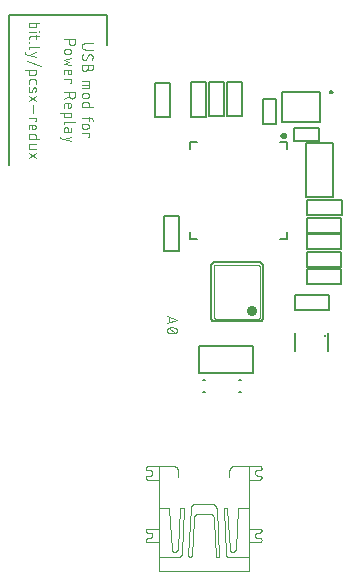
<source format=gbr>
G04 EAGLE Gerber RS-274X export*
G75*
%MOMM*%
%FSLAX34Y34*%
%LPD*%
%INSilkscreen Top*%
%IPPOS*%
%AMOC8*
5,1,8,0,0,1.08239X$1,22.5*%
G01*
%ADD10C,0.076200*%
%ADD11C,0.200000*%
%ADD12C,0.152400*%
%ADD13C,0.200000*%
%ADD14C,0.304800*%
%ADD15C,0.127000*%
%ADD16C,0.050800*%
%ADD17C,0.914400*%
%ADD18C,0.203200*%
%ADD19C,0.101600*%


D10*
X265381Y187323D02*
X274619Y184243D01*
X265381Y181164D01*
X267691Y181934D02*
X267691Y186553D01*
X270000Y177810D02*
X270182Y177808D01*
X270363Y177801D01*
X270545Y177790D01*
X270726Y177775D01*
X270907Y177756D01*
X271087Y177732D01*
X271266Y177704D01*
X271445Y177672D01*
X271623Y177635D01*
X271800Y177594D01*
X271976Y177549D01*
X272151Y177500D01*
X272325Y177446D01*
X272497Y177389D01*
X272668Y177327D01*
X272838Y177261D01*
X273006Y177192D01*
X273172Y177118D01*
X273336Y177040D01*
X273336Y177039D02*
X273415Y177010D01*
X273492Y176978D01*
X273568Y176942D01*
X273643Y176903D01*
X273716Y176860D01*
X273786Y176814D01*
X273855Y176766D01*
X273921Y176714D01*
X273985Y176659D01*
X274046Y176602D01*
X274105Y176542D01*
X274162Y176479D01*
X274215Y176414D01*
X274265Y176347D01*
X274313Y176277D01*
X274357Y176206D01*
X274398Y176132D01*
X274436Y176057D01*
X274470Y175980D01*
X274501Y175902D01*
X274528Y175823D01*
X274552Y175742D01*
X274573Y175660D01*
X274589Y175578D01*
X274602Y175495D01*
X274612Y175411D01*
X274617Y175327D01*
X274619Y175243D01*
X274617Y175159D01*
X274612Y175075D01*
X274602Y174991D01*
X274589Y174908D01*
X274573Y174826D01*
X274552Y174744D01*
X274528Y174663D01*
X274501Y174584D01*
X274470Y174506D01*
X274436Y174429D01*
X274398Y174354D01*
X274357Y174280D01*
X274313Y174209D01*
X274265Y174139D01*
X274215Y174072D01*
X274162Y174007D01*
X274105Y173944D01*
X274047Y173884D01*
X273985Y173827D01*
X273921Y173772D01*
X273855Y173720D01*
X273786Y173672D01*
X273716Y173626D01*
X273643Y173583D01*
X273569Y173544D01*
X273492Y173508D01*
X273415Y173476D01*
X273336Y173447D01*
X273172Y173369D01*
X273006Y173295D01*
X272838Y173226D01*
X272668Y173160D01*
X272497Y173098D01*
X272325Y173041D01*
X272151Y172987D01*
X271976Y172938D01*
X271800Y172893D01*
X271623Y172852D01*
X271445Y172815D01*
X271266Y172783D01*
X271087Y172755D01*
X270907Y172731D01*
X270726Y172712D01*
X270545Y172697D01*
X270363Y172686D01*
X270182Y172679D01*
X270000Y172677D01*
X270000Y177809D02*
X269818Y177807D01*
X269637Y177800D01*
X269455Y177789D01*
X269274Y177774D01*
X269093Y177755D01*
X268913Y177731D01*
X268734Y177703D01*
X268555Y177671D01*
X268377Y177634D01*
X268200Y177593D01*
X268024Y177548D01*
X267849Y177499D01*
X267675Y177445D01*
X267503Y177388D01*
X267332Y177326D01*
X267162Y177260D01*
X266995Y177191D01*
X266828Y177117D01*
X266664Y177039D01*
X266585Y177010D01*
X266508Y176978D01*
X266431Y176942D01*
X266357Y176903D01*
X266284Y176860D01*
X266214Y176814D01*
X266145Y176766D01*
X266079Y176714D01*
X266015Y176659D01*
X265953Y176602D01*
X265895Y176542D01*
X265838Y176479D01*
X265785Y176414D01*
X265735Y176347D01*
X265687Y176277D01*
X265643Y176206D01*
X265602Y176132D01*
X265564Y176057D01*
X265530Y175980D01*
X265499Y175902D01*
X265472Y175823D01*
X265448Y175742D01*
X265427Y175660D01*
X265411Y175578D01*
X265398Y175495D01*
X265388Y175411D01*
X265383Y175327D01*
X265381Y175243D01*
X266664Y173447D02*
X266828Y173369D01*
X266994Y173295D01*
X267162Y173226D01*
X267332Y173160D01*
X267503Y173098D01*
X267675Y173041D01*
X267849Y172987D01*
X268024Y172938D01*
X268200Y172893D01*
X268377Y172852D01*
X268555Y172815D01*
X268734Y172783D01*
X268913Y172755D01*
X269093Y172731D01*
X269274Y172712D01*
X269455Y172697D01*
X269637Y172686D01*
X269818Y172679D01*
X270000Y172677D01*
X266664Y173447D02*
X266585Y173476D01*
X266508Y173508D01*
X266431Y173544D01*
X266357Y173583D01*
X266284Y173626D01*
X266214Y173672D01*
X266145Y173720D01*
X266079Y173772D01*
X266015Y173827D01*
X265953Y173884D01*
X265895Y173944D01*
X265838Y174007D01*
X265785Y174072D01*
X265735Y174139D01*
X265687Y174209D01*
X265643Y174280D01*
X265602Y174354D01*
X265564Y174429D01*
X265530Y174506D01*
X265499Y174584D01*
X265472Y174663D01*
X265448Y174744D01*
X265427Y174826D01*
X265411Y174908D01*
X265398Y174991D01*
X265388Y175075D01*
X265383Y175159D01*
X265381Y175243D01*
X267434Y177296D02*
X272566Y173191D01*
X202829Y418192D02*
X196157Y418192D01*
X196058Y418190D01*
X195958Y418184D01*
X195859Y418175D01*
X195761Y418161D01*
X195663Y418144D01*
X195565Y418123D01*
X195469Y418098D01*
X195374Y418069D01*
X195279Y418037D01*
X195187Y418001D01*
X195095Y417962D01*
X195005Y417919D01*
X194917Y417873D01*
X194831Y417823D01*
X194747Y417770D01*
X194665Y417714D01*
X194585Y417654D01*
X194508Y417592D01*
X194433Y417526D01*
X194360Y417458D01*
X194291Y417387D01*
X194224Y417313D01*
X194160Y417237D01*
X194099Y417158D01*
X194041Y417077D01*
X193986Y416994D01*
X193935Y416909D01*
X193887Y416822D01*
X193842Y416733D01*
X193801Y416642D01*
X193763Y416550D01*
X193729Y416457D01*
X193699Y416362D01*
X193672Y416266D01*
X193649Y416169D01*
X193630Y416072D01*
X193615Y415973D01*
X193603Y415874D01*
X193595Y415775D01*
X193591Y415676D01*
X193591Y415576D01*
X193595Y415477D01*
X193603Y415378D01*
X193615Y415279D01*
X193630Y415180D01*
X193649Y415083D01*
X193672Y414986D01*
X193699Y414890D01*
X193729Y414795D01*
X193763Y414702D01*
X193801Y414610D01*
X193842Y414519D01*
X193887Y414430D01*
X193935Y414343D01*
X193986Y414258D01*
X194041Y414175D01*
X194099Y414094D01*
X194160Y414015D01*
X194224Y413939D01*
X194291Y413865D01*
X194360Y413794D01*
X194433Y413726D01*
X194508Y413660D01*
X194585Y413598D01*
X194665Y413538D01*
X194747Y413482D01*
X194831Y413429D01*
X194917Y413379D01*
X195005Y413333D01*
X195095Y413290D01*
X195187Y413251D01*
X195279Y413215D01*
X195374Y413183D01*
X195469Y413154D01*
X195565Y413129D01*
X195663Y413108D01*
X195761Y413091D01*
X195859Y413077D01*
X195958Y413068D01*
X196058Y413062D01*
X196157Y413060D01*
X202829Y413060D01*
X195644Y404059D02*
X195554Y404061D01*
X195465Y404067D01*
X195376Y404077D01*
X195287Y404090D01*
X195200Y404108D01*
X195113Y404129D01*
X195027Y404154D01*
X194942Y404183D01*
X194858Y404215D01*
X194776Y404251D01*
X194696Y404291D01*
X194617Y404334D01*
X194541Y404381D01*
X194466Y404430D01*
X194394Y404483D01*
X194324Y404539D01*
X194257Y404598D01*
X194192Y404660D01*
X194130Y404725D01*
X194071Y404792D01*
X194015Y404862D01*
X193962Y404934D01*
X193913Y405009D01*
X193866Y405086D01*
X193823Y405164D01*
X193783Y405244D01*
X193747Y405326D01*
X193715Y405410D01*
X193686Y405495D01*
X193661Y405581D01*
X193640Y405668D01*
X193622Y405756D01*
X193609Y405844D01*
X193599Y405933D01*
X193593Y406022D01*
X193591Y406112D01*
X193593Y406239D01*
X193598Y406366D01*
X193608Y406492D01*
X193621Y406618D01*
X193637Y406744D01*
X193658Y406869D01*
X193682Y406994D01*
X193709Y407117D01*
X193740Y407240D01*
X193775Y407362D01*
X193813Y407483D01*
X193855Y407603D01*
X193901Y407721D01*
X193949Y407838D01*
X194002Y407954D01*
X194057Y408068D01*
X194116Y408180D01*
X194178Y408291D01*
X194243Y408400D01*
X194312Y408506D01*
X194383Y408611D01*
X194458Y408714D01*
X194536Y408814D01*
X194616Y408912D01*
X194699Y409008D01*
X194785Y409101D01*
X194874Y409191D01*
X200776Y408935D02*
X200866Y408933D01*
X200955Y408927D01*
X201044Y408917D01*
X201132Y408904D01*
X201220Y408886D01*
X201307Y408865D01*
X201393Y408840D01*
X201478Y408811D01*
X201562Y408779D01*
X201644Y408743D01*
X201724Y408703D01*
X201803Y408660D01*
X201879Y408613D01*
X201954Y408564D01*
X202026Y408511D01*
X202096Y408455D01*
X202163Y408396D01*
X202228Y408334D01*
X202290Y408269D01*
X202349Y408202D01*
X202405Y408132D01*
X202458Y408060D01*
X202507Y407985D01*
X202554Y407909D01*
X202597Y407830D01*
X202637Y407750D01*
X202673Y407668D01*
X202705Y407584D01*
X202734Y407499D01*
X202759Y407413D01*
X202780Y407326D01*
X202798Y407238D01*
X202811Y407150D01*
X202821Y407061D01*
X202827Y406972D01*
X202829Y406882D01*
X202827Y406758D01*
X202821Y406634D01*
X202811Y406511D01*
X202797Y406388D01*
X202779Y406265D01*
X202757Y406144D01*
X202732Y406022D01*
X202702Y405902D01*
X202669Y405783D01*
X202631Y405665D01*
X202590Y405548D01*
X202546Y405433D01*
X202497Y405319D01*
X202445Y405206D01*
X202389Y405096D01*
X202330Y404987D01*
X202267Y404880D01*
X202201Y404775D01*
X202132Y404673D01*
X202059Y404573D01*
X198980Y407909D02*
X199027Y407985D01*
X199078Y408060D01*
X199132Y408132D01*
X199189Y408202D01*
X199249Y408269D01*
X199312Y408334D01*
X199377Y408396D01*
X199445Y408455D01*
X199516Y408511D01*
X199589Y408564D01*
X199664Y408614D01*
X199742Y408660D01*
X199821Y408703D01*
X199902Y408743D01*
X199985Y408779D01*
X200069Y408811D01*
X200154Y408840D01*
X200241Y408865D01*
X200329Y408886D01*
X200417Y408904D01*
X200506Y408917D01*
X200596Y408927D01*
X200686Y408933D01*
X200776Y408935D01*
X197440Y405086D02*
X197393Y405009D01*
X197342Y404934D01*
X197288Y404862D01*
X197231Y404792D01*
X197171Y404725D01*
X197108Y404660D01*
X197043Y404598D01*
X196975Y404539D01*
X196904Y404483D01*
X196831Y404430D01*
X196756Y404380D01*
X196678Y404334D01*
X196599Y404291D01*
X196518Y404251D01*
X196435Y404215D01*
X196351Y404183D01*
X196266Y404154D01*
X196179Y404129D01*
X196092Y404108D01*
X196003Y404090D01*
X195914Y404077D01*
X195824Y404067D01*
X195734Y404061D01*
X195644Y404059D01*
X197440Y405086D02*
X198980Y407909D01*
X198723Y400062D02*
X198723Y397496D01*
X198721Y397397D01*
X198715Y397297D01*
X198706Y397198D01*
X198692Y397100D01*
X198675Y397002D01*
X198654Y396904D01*
X198629Y396808D01*
X198600Y396713D01*
X198568Y396618D01*
X198532Y396526D01*
X198493Y396434D01*
X198450Y396344D01*
X198404Y396256D01*
X198354Y396170D01*
X198301Y396086D01*
X198245Y396004D01*
X198185Y395924D01*
X198123Y395847D01*
X198057Y395772D01*
X197989Y395699D01*
X197918Y395630D01*
X197844Y395563D01*
X197768Y395499D01*
X197689Y395438D01*
X197608Y395380D01*
X197525Y395325D01*
X197440Y395274D01*
X197353Y395226D01*
X197264Y395181D01*
X197173Y395140D01*
X197081Y395102D01*
X196988Y395068D01*
X196893Y395038D01*
X196797Y395011D01*
X196700Y394988D01*
X196603Y394969D01*
X196504Y394954D01*
X196405Y394942D01*
X196306Y394934D01*
X196207Y394930D01*
X196107Y394930D01*
X196008Y394934D01*
X195909Y394942D01*
X195810Y394954D01*
X195711Y394969D01*
X195614Y394988D01*
X195517Y395011D01*
X195421Y395038D01*
X195326Y395068D01*
X195233Y395102D01*
X195141Y395140D01*
X195050Y395181D01*
X194961Y395226D01*
X194874Y395274D01*
X194789Y395325D01*
X194706Y395380D01*
X194625Y395438D01*
X194546Y395499D01*
X194470Y395563D01*
X194396Y395630D01*
X194325Y395699D01*
X194257Y395772D01*
X194191Y395847D01*
X194129Y395924D01*
X194069Y396004D01*
X194013Y396086D01*
X193960Y396170D01*
X193910Y396256D01*
X193864Y396344D01*
X193821Y396434D01*
X193782Y396526D01*
X193746Y396618D01*
X193714Y396713D01*
X193685Y396808D01*
X193660Y396904D01*
X193639Y397002D01*
X193622Y397100D01*
X193608Y397198D01*
X193599Y397297D01*
X193593Y397397D01*
X193591Y397496D01*
X193591Y400062D01*
X202829Y400062D01*
X202829Y397496D01*
X202827Y397406D01*
X202821Y397317D01*
X202811Y397228D01*
X202798Y397140D01*
X202780Y397052D01*
X202759Y396965D01*
X202734Y396879D01*
X202705Y396794D01*
X202673Y396710D01*
X202637Y396628D01*
X202597Y396548D01*
X202554Y396470D01*
X202507Y396393D01*
X202458Y396318D01*
X202405Y396246D01*
X202349Y396176D01*
X202290Y396109D01*
X202228Y396044D01*
X202163Y395982D01*
X202096Y395923D01*
X202026Y395867D01*
X201954Y395814D01*
X201879Y395765D01*
X201803Y395718D01*
X201724Y395675D01*
X201644Y395635D01*
X201562Y395599D01*
X201478Y395567D01*
X201393Y395538D01*
X201307Y395513D01*
X201220Y395492D01*
X201132Y395474D01*
X201044Y395461D01*
X200955Y395451D01*
X200866Y395445D01*
X200776Y395443D01*
X200686Y395445D01*
X200597Y395451D01*
X200508Y395461D01*
X200420Y395474D01*
X200332Y395492D01*
X200245Y395513D01*
X200159Y395538D01*
X200074Y395567D01*
X199990Y395599D01*
X199908Y395635D01*
X199828Y395675D01*
X199750Y395718D01*
X199673Y395765D01*
X199598Y395814D01*
X199526Y395867D01*
X199456Y395923D01*
X199389Y395982D01*
X199324Y396044D01*
X199262Y396109D01*
X199203Y396176D01*
X199147Y396246D01*
X199094Y396318D01*
X199045Y396393D01*
X198998Y396470D01*
X198955Y396548D01*
X198915Y396628D01*
X198879Y396710D01*
X198847Y396794D01*
X198818Y396879D01*
X198793Y396965D01*
X198772Y397052D01*
X198754Y397140D01*
X198741Y397228D01*
X198731Y397317D01*
X198725Y397406D01*
X198723Y397496D01*
X199750Y386305D02*
X193591Y386305D01*
X199750Y386305D02*
X199750Y381686D01*
X199748Y381608D01*
X199742Y381530D01*
X199732Y381453D01*
X199718Y381376D01*
X199701Y381300D01*
X199679Y381225D01*
X199654Y381151D01*
X199625Y381079D01*
X199593Y381008D01*
X199556Y380939D01*
X199517Y380871D01*
X199474Y380806D01*
X199428Y380743D01*
X199378Y380683D01*
X199326Y380625D01*
X199271Y380570D01*
X199213Y380518D01*
X199153Y380468D01*
X199090Y380422D01*
X199025Y380379D01*
X198957Y380340D01*
X198888Y380303D01*
X198817Y380271D01*
X198745Y380242D01*
X198671Y380217D01*
X198596Y380195D01*
X198520Y380178D01*
X198443Y380164D01*
X198366Y380154D01*
X198288Y380148D01*
X198210Y380146D01*
X193591Y380146D01*
X193591Y383226D02*
X199750Y383226D01*
X197697Y375979D02*
X195644Y375979D01*
X197697Y375979D02*
X197787Y375977D01*
X197876Y375971D01*
X197965Y375961D01*
X198053Y375948D01*
X198141Y375930D01*
X198228Y375909D01*
X198314Y375884D01*
X198399Y375855D01*
X198483Y375823D01*
X198565Y375787D01*
X198645Y375747D01*
X198724Y375704D01*
X198800Y375657D01*
X198875Y375608D01*
X198947Y375555D01*
X199017Y375499D01*
X199084Y375440D01*
X199149Y375378D01*
X199211Y375313D01*
X199270Y375246D01*
X199326Y375176D01*
X199379Y375104D01*
X199428Y375029D01*
X199475Y374953D01*
X199518Y374874D01*
X199558Y374794D01*
X199594Y374712D01*
X199626Y374628D01*
X199655Y374543D01*
X199680Y374457D01*
X199701Y374370D01*
X199719Y374282D01*
X199732Y374194D01*
X199742Y374105D01*
X199748Y374016D01*
X199750Y373926D01*
X199748Y373836D01*
X199742Y373747D01*
X199732Y373658D01*
X199719Y373570D01*
X199701Y373482D01*
X199680Y373395D01*
X199655Y373309D01*
X199626Y373224D01*
X199594Y373140D01*
X199558Y373058D01*
X199518Y372978D01*
X199475Y372900D01*
X199428Y372823D01*
X199379Y372748D01*
X199326Y372676D01*
X199270Y372606D01*
X199211Y372539D01*
X199149Y372474D01*
X199084Y372412D01*
X199017Y372353D01*
X198947Y372297D01*
X198875Y372244D01*
X198800Y372195D01*
X198724Y372148D01*
X198645Y372105D01*
X198565Y372065D01*
X198483Y372029D01*
X198399Y371997D01*
X198314Y371968D01*
X198228Y371943D01*
X198141Y371922D01*
X198053Y371904D01*
X197965Y371891D01*
X197876Y371881D01*
X197787Y371875D01*
X197697Y371873D01*
X195644Y371873D01*
X195554Y371875D01*
X195465Y371881D01*
X195376Y371891D01*
X195288Y371904D01*
X195200Y371922D01*
X195113Y371943D01*
X195027Y371968D01*
X194942Y371997D01*
X194858Y372029D01*
X194776Y372065D01*
X194696Y372105D01*
X194618Y372148D01*
X194541Y372195D01*
X194466Y372244D01*
X194394Y372297D01*
X194324Y372353D01*
X194257Y372412D01*
X194192Y372474D01*
X194130Y372539D01*
X194071Y372606D01*
X194015Y372676D01*
X193962Y372748D01*
X193913Y372823D01*
X193866Y372900D01*
X193823Y372978D01*
X193783Y373058D01*
X193747Y373140D01*
X193715Y373224D01*
X193686Y373309D01*
X193661Y373395D01*
X193640Y373482D01*
X193622Y373570D01*
X193609Y373658D01*
X193599Y373747D01*
X193593Y373836D01*
X193591Y373926D01*
X193593Y374016D01*
X193599Y374105D01*
X193609Y374194D01*
X193622Y374282D01*
X193640Y374370D01*
X193661Y374457D01*
X193686Y374543D01*
X193715Y374628D01*
X193747Y374712D01*
X193783Y374794D01*
X193823Y374874D01*
X193866Y374953D01*
X193913Y375029D01*
X193962Y375104D01*
X194015Y375176D01*
X194071Y375246D01*
X194130Y375313D01*
X194192Y375378D01*
X194257Y375440D01*
X194324Y375499D01*
X194394Y375555D01*
X194466Y375608D01*
X194541Y375657D01*
X194618Y375704D01*
X194696Y375747D01*
X194776Y375787D01*
X194858Y375823D01*
X194942Y375855D01*
X195027Y375884D01*
X195113Y375909D01*
X195200Y375930D01*
X195288Y375948D01*
X195376Y375961D01*
X195465Y375971D01*
X195554Y375977D01*
X195644Y375979D01*
X193591Y364118D02*
X202829Y364118D01*
X193591Y364118D02*
X193591Y366684D01*
X193593Y366760D01*
X193598Y366835D01*
X193608Y366910D01*
X193621Y366984D01*
X193637Y367058D01*
X193657Y367131D01*
X193681Y367203D01*
X193708Y367273D01*
X193739Y367342D01*
X193773Y367410D01*
X193810Y367476D01*
X193851Y367540D01*
X193894Y367601D01*
X193941Y367661D01*
X193990Y367718D01*
X194042Y367773D01*
X194097Y367825D01*
X194154Y367874D01*
X194214Y367921D01*
X194275Y367964D01*
X194339Y368005D01*
X194405Y368042D01*
X194473Y368076D01*
X194542Y368107D01*
X194612Y368134D01*
X194684Y368158D01*
X194757Y368178D01*
X194831Y368194D01*
X194905Y368207D01*
X194980Y368217D01*
X195055Y368222D01*
X195131Y368224D01*
X198210Y368224D01*
X198286Y368222D01*
X198361Y368217D01*
X198436Y368207D01*
X198510Y368194D01*
X198584Y368178D01*
X198657Y368158D01*
X198729Y368134D01*
X198799Y368107D01*
X198868Y368076D01*
X198936Y368042D01*
X199002Y368005D01*
X199066Y367964D01*
X199127Y367921D01*
X199187Y367874D01*
X199244Y367825D01*
X199299Y367773D01*
X199351Y367718D01*
X199400Y367661D01*
X199447Y367601D01*
X199490Y367540D01*
X199531Y367476D01*
X199568Y367410D01*
X199602Y367342D01*
X199633Y367273D01*
X199660Y367203D01*
X199684Y367131D01*
X199704Y367058D01*
X199720Y366984D01*
X199733Y366910D01*
X199743Y366835D01*
X199748Y366760D01*
X199750Y366684D01*
X199750Y364118D01*
X201289Y354783D02*
X193591Y354783D01*
X201289Y354783D02*
X201367Y354781D01*
X201445Y354775D01*
X201522Y354765D01*
X201599Y354751D01*
X201675Y354734D01*
X201750Y354712D01*
X201824Y354687D01*
X201896Y354658D01*
X201967Y354626D01*
X202036Y354590D01*
X202104Y354550D01*
X202169Y354507D01*
X202232Y354461D01*
X202292Y354412D01*
X202350Y354359D01*
X202405Y354304D01*
X202457Y354246D01*
X202507Y354186D01*
X202553Y354123D01*
X202596Y354058D01*
X202635Y353990D01*
X202672Y353921D01*
X202704Y353850D01*
X202733Y353778D01*
X202758Y353704D01*
X202780Y353629D01*
X202797Y353553D01*
X202811Y353476D01*
X202821Y353399D01*
X202827Y353321D01*
X202829Y353243D01*
X202829Y352730D01*
X199750Y352730D02*
X199750Y355809D01*
X197697Y350179D02*
X195644Y350179D01*
X197697Y350179D02*
X197787Y350177D01*
X197876Y350171D01*
X197965Y350161D01*
X198053Y350148D01*
X198141Y350130D01*
X198228Y350109D01*
X198314Y350084D01*
X198399Y350055D01*
X198483Y350023D01*
X198565Y349987D01*
X198645Y349947D01*
X198724Y349904D01*
X198800Y349857D01*
X198875Y349808D01*
X198947Y349755D01*
X199017Y349699D01*
X199084Y349640D01*
X199149Y349578D01*
X199211Y349513D01*
X199270Y349446D01*
X199326Y349376D01*
X199379Y349304D01*
X199428Y349229D01*
X199475Y349153D01*
X199518Y349074D01*
X199558Y348994D01*
X199594Y348912D01*
X199626Y348828D01*
X199655Y348743D01*
X199680Y348657D01*
X199701Y348570D01*
X199719Y348482D01*
X199732Y348394D01*
X199742Y348305D01*
X199748Y348216D01*
X199750Y348126D01*
X199748Y348036D01*
X199742Y347947D01*
X199732Y347858D01*
X199719Y347770D01*
X199701Y347682D01*
X199680Y347595D01*
X199655Y347509D01*
X199626Y347424D01*
X199594Y347340D01*
X199558Y347258D01*
X199518Y347178D01*
X199475Y347100D01*
X199428Y347023D01*
X199379Y346948D01*
X199326Y346876D01*
X199270Y346806D01*
X199211Y346739D01*
X199149Y346674D01*
X199084Y346612D01*
X199017Y346553D01*
X198947Y346497D01*
X198875Y346444D01*
X198800Y346395D01*
X198724Y346348D01*
X198645Y346305D01*
X198565Y346265D01*
X198483Y346229D01*
X198399Y346197D01*
X198314Y346168D01*
X198228Y346143D01*
X198141Y346122D01*
X198053Y346104D01*
X197965Y346091D01*
X197876Y346081D01*
X197787Y346075D01*
X197697Y346073D01*
X195644Y346073D01*
X195554Y346075D01*
X195465Y346081D01*
X195376Y346091D01*
X195288Y346104D01*
X195200Y346122D01*
X195113Y346143D01*
X195027Y346168D01*
X194942Y346197D01*
X194858Y346229D01*
X194776Y346265D01*
X194696Y346305D01*
X194618Y346348D01*
X194541Y346395D01*
X194466Y346444D01*
X194394Y346497D01*
X194324Y346553D01*
X194257Y346612D01*
X194192Y346674D01*
X194130Y346739D01*
X194071Y346806D01*
X194015Y346876D01*
X193962Y346948D01*
X193913Y347023D01*
X193866Y347100D01*
X193823Y347178D01*
X193783Y347258D01*
X193747Y347340D01*
X193715Y347424D01*
X193686Y347509D01*
X193661Y347595D01*
X193640Y347682D01*
X193622Y347770D01*
X193609Y347858D01*
X193599Y347947D01*
X193593Y348036D01*
X193591Y348126D01*
X193593Y348216D01*
X193599Y348305D01*
X193609Y348394D01*
X193622Y348482D01*
X193640Y348570D01*
X193661Y348657D01*
X193686Y348743D01*
X193715Y348828D01*
X193747Y348912D01*
X193783Y348994D01*
X193823Y349074D01*
X193866Y349153D01*
X193913Y349229D01*
X193962Y349304D01*
X194015Y349376D01*
X194071Y349446D01*
X194130Y349513D01*
X194192Y349578D01*
X194257Y349640D01*
X194324Y349699D01*
X194394Y349755D01*
X194466Y349808D01*
X194541Y349857D01*
X194618Y349904D01*
X194696Y349947D01*
X194776Y349987D01*
X194858Y350023D01*
X194942Y350055D01*
X195027Y350084D01*
X195113Y350109D01*
X195200Y350130D01*
X195288Y350148D01*
X195376Y350161D01*
X195465Y350171D01*
X195554Y350177D01*
X195644Y350179D01*
X193591Y342028D02*
X199750Y342028D01*
X199750Y338948D01*
X198723Y338948D01*
X187829Y421914D02*
X178591Y421914D01*
X187829Y421914D02*
X187829Y419348D01*
X187827Y419249D01*
X187821Y419149D01*
X187812Y419050D01*
X187798Y418952D01*
X187781Y418854D01*
X187760Y418756D01*
X187735Y418660D01*
X187706Y418565D01*
X187674Y418470D01*
X187638Y418378D01*
X187599Y418286D01*
X187556Y418196D01*
X187510Y418108D01*
X187460Y418022D01*
X187407Y417938D01*
X187351Y417856D01*
X187291Y417776D01*
X187229Y417699D01*
X187163Y417624D01*
X187095Y417551D01*
X187024Y417482D01*
X186950Y417415D01*
X186874Y417351D01*
X186795Y417290D01*
X186714Y417232D01*
X186631Y417177D01*
X186546Y417126D01*
X186459Y417078D01*
X186370Y417033D01*
X186279Y416992D01*
X186187Y416954D01*
X186094Y416920D01*
X185999Y416890D01*
X185903Y416863D01*
X185806Y416840D01*
X185709Y416821D01*
X185610Y416806D01*
X185511Y416794D01*
X185412Y416786D01*
X185313Y416782D01*
X185213Y416782D01*
X185114Y416786D01*
X185015Y416794D01*
X184916Y416806D01*
X184817Y416821D01*
X184720Y416840D01*
X184623Y416863D01*
X184527Y416890D01*
X184432Y416920D01*
X184339Y416954D01*
X184247Y416992D01*
X184156Y417033D01*
X184067Y417078D01*
X183980Y417126D01*
X183895Y417177D01*
X183812Y417232D01*
X183731Y417290D01*
X183652Y417351D01*
X183576Y417415D01*
X183502Y417482D01*
X183431Y417551D01*
X183363Y417624D01*
X183297Y417699D01*
X183235Y417776D01*
X183175Y417856D01*
X183119Y417938D01*
X183066Y418022D01*
X183016Y418108D01*
X182970Y418196D01*
X182927Y418286D01*
X182888Y418378D01*
X182852Y418470D01*
X182820Y418565D01*
X182791Y418660D01*
X182766Y418756D01*
X182745Y418854D01*
X182728Y418952D01*
X182714Y419050D01*
X182705Y419149D01*
X182699Y419249D01*
X182697Y419348D01*
X182697Y421914D01*
X182697Y413431D02*
X180644Y413431D01*
X182697Y413431D02*
X182787Y413429D01*
X182876Y413423D01*
X182965Y413413D01*
X183053Y413400D01*
X183141Y413382D01*
X183228Y413361D01*
X183314Y413336D01*
X183399Y413307D01*
X183483Y413275D01*
X183565Y413239D01*
X183645Y413199D01*
X183724Y413156D01*
X183800Y413109D01*
X183875Y413060D01*
X183947Y413007D01*
X184017Y412951D01*
X184084Y412892D01*
X184149Y412830D01*
X184211Y412765D01*
X184270Y412698D01*
X184326Y412628D01*
X184379Y412556D01*
X184428Y412481D01*
X184475Y412405D01*
X184518Y412326D01*
X184558Y412246D01*
X184594Y412164D01*
X184626Y412080D01*
X184655Y411995D01*
X184680Y411909D01*
X184701Y411822D01*
X184719Y411734D01*
X184732Y411646D01*
X184742Y411557D01*
X184748Y411468D01*
X184750Y411378D01*
X184748Y411288D01*
X184742Y411199D01*
X184732Y411110D01*
X184719Y411022D01*
X184701Y410934D01*
X184680Y410847D01*
X184655Y410761D01*
X184626Y410676D01*
X184594Y410592D01*
X184558Y410510D01*
X184518Y410430D01*
X184475Y410352D01*
X184428Y410275D01*
X184379Y410200D01*
X184326Y410128D01*
X184270Y410058D01*
X184211Y409991D01*
X184149Y409926D01*
X184084Y409864D01*
X184017Y409805D01*
X183947Y409749D01*
X183875Y409696D01*
X183800Y409647D01*
X183724Y409600D01*
X183645Y409557D01*
X183565Y409517D01*
X183483Y409481D01*
X183399Y409449D01*
X183314Y409420D01*
X183228Y409395D01*
X183141Y409374D01*
X183053Y409356D01*
X182965Y409343D01*
X182876Y409333D01*
X182787Y409327D01*
X182697Y409325D01*
X182697Y409326D02*
X180644Y409326D01*
X180644Y409325D02*
X180554Y409327D01*
X180465Y409333D01*
X180376Y409343D01*
X180288Y409356D01*
X180200Y409374D01*
X180113Y409395D01*
X180027Y409420D01*
X179942Y409449D01*
X179858Y409481D01*
X179776Y409517D01*
X179696Y409557D01*
X179618Y409600D01*
X179541Y409647D01*
X179466Y409696D01*
X179394Y409749D01*
X179324Y409805D01*
X179257Y409864D01*
X179192Y409926D01*
X179130Y409991D01*
X179071Y410058D01*
X179015Y410128D01*
X178962Y410200D01*
X178913Y410275D01*
X178866Y410352D01*
X178823Y410430D01*
X178783Y410510D01*
X178747Y410592D01*
X178715Y410676D01*
X178686Y410761D01*
X178661Y410847D01*
X178640Y410934D01*
X178622Y411022D01*
X178609Y411110D01*
X178599Y411199D01*
X178593Y411288D01*
X178591Y411378D01*
X178593Y411468D01*
X178599Y411557D01*
X178609Y411646D01*
X178622Y411734D01*
X178640Y411822D01*
X178661Y411909D01*
X178686Y411995D01*
X178715Y412080D01*
X178747Y412164D01*
X178783Y412246D01*
X178823Y412326D01*
X178866Y412405D01*
X178913Y412481D01*
X178962Y412556D01*
X179015Y412628D01*
X179071Y412698D01*
X179130Y412765D01*
X179192Y412830D01*
X179257Y412892D01*
X179324Y412951D01*
X179394Y413007D01*
X179466Y413060D01*
X179541Y413109D01*
X179618Y413156D01*
X179696Y413199D01*
X179776Y413239D01*
X179858Y413275D01*
X179942Y413307D01*
X180027Y413336D01*
X180113Y413361D01*
X180200Y413382D01*
X180288Y413400D01*
X180376Y413413D01*
X180465Y413423D01*
X180554Y413429D01*
X180644Y413431D01*
X184750Y405758D02*
X178591Y404218D01*
X182697Y402678D01*
X178591Y401139D01*
X184750Y399599D01*
X178591Y394492D02*
X178591Y391926D01*
X178591Y394492D02*
X178593Y394568D01*
X178598Y394643D01*
X178608Y394718D01*
X178621Y394792D01*
X178637Y394866D01*
X178657Y394939D01*
X178681Y395011D01*
X178708Y395081D01*
X178739Y395150D01*
X178773Y395218D01*
X178810Y395284D01*
X178851Y395348D01*
X178894Y395409D01*
X178941Y395469D01*
X178990Y395526D01*
X179042Y395581D01*
X179097Y395633D01*
X179154Y395682D01*
X179214Y395729D01*
X179275Y395772D01*
X179339Y395813D01*
X179405Y395850D01*
X179473Y395884D01*
X179542Y395915D01*
X179612Y395942D01*
X179684Y395966D01*
X179757Y395986D01*
X179831Y396002D01*
X179905Y396015D01*
X179980Y396025D01*
X180055Y396030D01*
X180131Y396032D01*
X180131Y396031D02*
X182697Y396031D01*
X182787Y396029D01*
X182876Y396023D01*
X182965Y396013D01*
X183053Y396000D01*
X183141Y395982D01*
X183228Y395961D01*
X183314Y395936D01*
X183399Y395907D01*
X183483Y395875D01*
X183565Y395839D01*
X183645Y395799D01*
X183724Y395756D01*
X183800Y395709D01*
X183875Y395660D01*
X183947Y395607D01*
X184017Y395551D01*
X184084Y395492D01*
X184149Y395430D01*
X184211Y395365D01*
X184270Y395298D01*
X184326Y395228D01*
X184379Y395156D01*
X184428Y395081D01*
X184475Y395005D01*
X184518Y394926D01*
X184558Y394846D01*
X184594Y394764D01*
X184626Y394680D01*
X184655Y394595D01*
X184680Y394509D01*
X184701Y394422D01*
X184719Y394334D01*
X184732Y394246D01*
X184742Y394157D01*
X184748Y394068D01*
X184750Y393978D01*
X184748Y393888D01*
X184742Y393799D01*
X184732Y393710D01*
X184719Y393622D01*
X184701Y393534D01*
X184680Y393447D01*
X184655Y393361D01*
X184626Y393276D01*
X184594Y393192D01*
X184558Y393110D01*
X184518Y393030D01*
X184475Y392952D01*
X184428Y392875D01*
X184379Y392800D01*
X184326Y392728D01*
X184270Y392658D01*
X184211Y392591D01*
X184149Y392526D01*
X184084Y392464D01*
X184017Y392405D01*
X183947Y392349D01*
X183875Y392296D01*
X183800Y392247D01*
X183724Y392200D01*
X183645Y392157D01*
X183565Y392117D01*
X183483Y392081D01*
X183399Y392049D01*
X183314Y392020D01*
X183228Y391995D01*
X183141Y391974D01*
X183053Y391956D01*
X182965Y391943D01*
X182876Y391933D01*
X182787Y391927D01*
X182697Y391925D01*
X182697Y391926D02*
X181670Y391926D01*
X181670Y396031D01*
X178591Y387880D02*
X184750Y387880D01*
X184750Y384801D01*
X183723Y384801D01*
X187829Y376688D02*
X178591Y376688D01*
X187829Y376688D02*
X187829Y374122D01*
X187827Y374023D01*
X187821Y373923D01*
X187812Y373824D01*
X187798Y373726D01*
X187781Y373628D01*
X187760Y373530D01*
X187735Y373434D01*
X187706Y373339D01*
X187674Y373244D01*
X187638Y373152D01*
X187599Y373060D01*
X187556Y372970D01*
X187510Y372882D01*
X187460Y372796D01*
X187407Y372712D01*
X187351Y372630D01*
X187291Y372550D01*
X187229Y372473D01*
X187163Y372398D01*
X187095Y372325D01*
X187024Y372256D01*
X186950Y372189D01*
X186874Y372125D01*
X186795Y372064D01*
X186714Y372006D01*
X186631Y371951D01*
X186546Y371900D01*
X186459Y371852D01*
X186370Y371807D01*
X186279Y371766D01*
X186187Y371728D01*
X186094Y371694D01*
X185999Y371664D01*
X185903Y371637D01*
X185806Y371614D01*
X185709Y371595D01*
X185610Y371580D01*
X185511Y371568D01*
X185412Y371560D01*
X185313Y371556D01*
X185213Y371556D01*
X185114Y371560D01*
X185015Y371568D01*
X184916Y371580D01*
X184817Y371595D01*
X184720Y371614D01*
X184623Y371637D01*
X184527Y371664D01*
X184432Y371694D01*
X184339Y371728D01*
X184247Y371766D01*
X184156Y371807D01*
X184067Y371852D01*
X183980Y371900D01*
X183895Y371951D01*
X183812Y372006D01*
X183731Y372064D01*
X183652Y372125D01*
X183576Y372189D01*
X183502Y372256D01*
X183431Y372325D01*
X183363Y372398D01*
X183297Y372473D01*
X183235Y372550D01*
X183175Y372630D01*
X183119Y372712D01*
X183066Y372796D01*
X183016Y372882D01*
X182970Y372970D01*
X182927Y373060D01*
X182888Y373152D01*
X182852Y373244D01*
X182820Y373339D01*
X182791Y373434D01*
X182766Y373530D01*
X182745Y373628D01*
X182728Y373726D01*
X182714Y373824D01*
X182705Y373923D01*
X182699Y374023D01*
X182697Y374122D01*
X182697Y376688D01*
X182697Y373609D02*
X178591Y371556D01*
X178591Y366292D02*
X178591Y363726D01*
X178591Y366292D02*
X178593Y366368D01*
X178598Y366443D01*
X178608Y366518D01*
X178621Y366592D01*
X178637Y366666D01*
X178657Y366739D01*
X178681Y366811D01*
X178708Y366881D01*
X178739Y366950D01*
X178773Y367018D01*
X178810Y367084D01*
X178851Y367148D01*
X178894Y367209D01*
X178941Y367269D01*
X178990Y367326D01*
X179042Y367381D01*
X179097Y367433D01*
X179154Y367482D01*
X179214Y367529D01*
X179275Y367572D01*
X179339Y367613D01*
X179405Y367650D01*
X179473Y367684D01*
X179542Y367715D01*
X179612Y367742D01*
X179684Y367766D01*
X179757Y367786D01*
X179831Y367802D01*
X179905Y367815D01*
X179980Y367825D01*
X180055Y367830D01*
X180131Y367832D01*
X180131Y367831D02*
X182697Y367831D01*
X182787Y367829D01*
X182876Y367823D01*
X182965Y367813D01*
X183053Y367800D01*
X183141Y367782D01*
X183228Y367761D01*
X183314Y367736D01*
X183399Y367707D01*
X183483Y367675D01*
X183565Y367639D01*
X183645Y367599D01*
X183724Y367556D01*
X183800Y367509D01*
X183875Y367460D01*
X183947Y367407D01*
X184017Y367351D01*
X184084Y367292D01*
X184149Y367230D01*
X184211Y367165D01*
X184270Y367098D01*
X184326Y367028D01*
X184379Y366956D01*
X184428Y366881D01*
X184475Y366805D01*
X184518Y366726D01*
X184558Y366646D01*
X184594Y366564D01*
X184626Y366480D01*
X184655Y366395D01*
X184680Y366309D01*
X184701Y366222D01*
X184719Y366134D01*
X184732Y366046D01*
X184742Y365957D01*
X184748Y365868D01*
X184750Y365778D01*
X184748Y365688D01*
X184742Y365599D01*
X184732Y365510D01*
X184719Y365422D01*
X184701Y365334D01*
X184680Y365247D01*
X184655Y365161D01*
X184626Y365076D01*
X184594Y364992D01*
X184558Y364910D01*
X184518Y364830D01*
X184475Y364752D01*
X184428Y364675D01*
X184379Y364600D01*
X184326Y364528D01*
X184270Y364458D01*
X184211Y364391D01*
X184149Y364326D01*
X184084Y364264D01*
X184017Y364205D01*
X183947Y364149D01*
X183875Y364096D01*
X183800Y364047D01*
X183724Y364000D01*
X183645Y363957D01*
X183565Y363917D01*
X183483Y363881D01*
X183399Y363849D01*
X183314Y363820D01*
X183228Y363795D01*
X183141Y363774D01*
X183053Y363756D01*
X182965Y363743D01*
X182876Y363733D01*
X182787Y363727D01*
X182697Y363725D01*
X182697Y363726D02*
X181670Y363726D01*
X181670Y367831D01*
X184750Y359686D02*
X175512Y359686D01*
X184750Y359686D02*
X184750Y357120D01*
X184748Y357042D01*
X184742Y356964D01*
X184732Y356887D01*
X184718Y356810D01*
X184701Y356734D01*
X184679Y356659D01*
X184654Y356585D01*
X184625Y356513D01*
X184593Y356442D01*
X184556Y356373D01*
X184517Y356305D01*
X184474Y356240D01*
X184428Y356177D01*
X184378Y356117D01*
X184326Y356059D01*
X184271Y356004D01*
X184213Y355952D01*
X184153Y355902D01*
X184090Y355856D01*
X184025Y355813D01*
X183957Y355774D01*
X183888Y355737D01*
X183817Y355705D01*
X183745Y355676D01*
X183671Y355651D01*
X183596Y355629D01*
X183520Y355612D01*
X183443Y355598D01*
X183366Y355588D01*
X183288Y355582D01*
X183210Y355580D01*
X180131Y355580D01*
X180055Y355582D01*
X179980Y355587D01*
X179905Y355597D01*
X179831Y355610D01*
X179757Y355626D01*
X179684Y355646D01*
X179612Y355670D01*
X179542Y355697D01*
X179473Y355728D01*
X179405Y355762D01*
X179339Y355799D01*
X179275Y355840D01*
X179214Y355883D01*
X179154Y355930D01*
X179097Y355979D01*
X179042Y356031D01*
X178990Y356086D01*
X178941Y356143D01*
X178894Y356203D01*
X178851Y356264D01*
X178810Y356328D01*
X178773Y356394D01*
X178739Y356462D01*
X178708Y356531D01*
X178681Y356601D01*
X178657Y356673D01*
X178637Y356746D01*
X178621Y356820D01*
X178608Y356894D01*
X178598Y356969D01*
X178593Y357044D01*
X178591Y357120D01*
X178591Y359686D01*
X180131Y351809D02*
X187829Y351809D01*
X180131Y351810D02*
X180053Y351808D01*
X179975Y351802D01*
X179898Y351792D01*
X179821Y351778D01*
X179745Y351761D01*
X179670Y351739D01*
X179596Y351714D01*
X179524Y351685D01*
X179453Y351653D01*
X179384Y351616D01*
X179316Y351577D01*
X179251Y351534D01*
X179188Y351488D01*
X179128Y351438D01*
X179070Y351386D01*
X179015Y351331D01*
X178963Y351273D01*
X178913Y351213D01*
X178867Y351150D01*
X178824Y351085D01*
X178785Y351017D01*
X178748Y350948D01*
X178716Y350877D01*
X178687Y350805D01*
X178662Y350731D01*
X178640Y350656D01*
X178623Y350580D01*
X178609Y350503D01*
X178599Y350426D01*
X178593Y350348D01*
X178591Y350270D01*
X182184Y345380D02*
X182184Y343071D01*
X182183Y345380D02*
X182181Y345463D01*
X182175Y345546D01*
X182166Y345628D01*
X182152Y345710D01*
X182135Y345791D01*
X182114Y345871D01*
X182090Y345951D01*
X182062Y346029D01*
X182030Y346105D01*
X181995Y346181D01*
X181956Y346254D01*
X181914Y346325D01*
X181869Y346395D01*
X181820Y346462D01*
X181769Y346527D01*
X181714Y346590D01*
X181657Y346650D01*
X181597Y346707D01*
X181534Y346762D01*
X181469Y346813D01*
X181402Y346862D01*
X181332Y346907D01*
X181261Y346949D01*
X181188Y346988D01*
X181112Y347023D01*
X181036Y347055D01*
X180958Y347083D01*
X180878Y347107D01*
X180798Y347128D01*
X180717Y347145D01*
X180635Y347159D01*
X180553Y347168D01*
X180470Y347174D01*
X180387Y347176D01*
X180304Y347174D01*
X180221Y347168D01*
X180139Y347159D01*
X180057Y347145D01*
X179976Y347128D01*
X179896Y347107D01*
X179816Y347083D01*
X179738Y347055D01*
X179662Y347023D01*
X179586Y346988D01*
X179513Y346949D01*
X179442Y346907D01*
X179372Y346862D01*
X179305Y346813D01*
X179240Y346762D01*
X179177Y346707D01*
X179117Y346650D01*
X179060Y346590D01*
X179005Y346527D01*
X178954Y346462D01*
X178905Y346395D01*
X178860Y346325D01*
X178818Y346254D01*
X178779Y346181D01*
X178744Y346105D01*
X178712Y346029D01*
X178684Y345951D01*
X178660Y345871D01*
X178639Y345791D01*
X178622Y345710D01*
X178608Y345628D01*
X178599Y345546D01*
X178593Y345463D01*
X178591Y345380D01*
X178591Y343071D01*
X183210Y343071D01*
X183286Y343073D01*
X183361Y343078D01*
X183436Y343088D01*
X183510Y343101D01*
X183584Y343117D01*
X183657Y343137D01*
X183729Y343161D01*
X183799Y343188D01*
X183868Y343219D01*
X183936Y343253D01*
X184002Y343290D01*
X184066Y343331D01*
X184127Y343374D01*
X184187Y343421D01*
X184244Y343470D01*
X184299Y343522D01*
X184351Y343577D01*
X184400Y343634D01*
X184447Y343694D01*
X184490Y343755D01*
X184531Y343819D01*
X184568Y343885D01*
X184602Y343953D01*
X184633Y344022D01*
X184660Y344092D01*
X184684Y344164D01*
X184704Y344237D01*
X184720Y344311D01*
X184733Y344385D01*
X184743Y344460D01*
X184748Y344535D01*
X184750Y344611D01*
X184750Y346663D01*
X175512Y339331D02*
X175512Y338305D01*
X184750Y335226D01*
X184750Y339331D02*
X178591Y337279D01*
X157829Y435800D02*
X148591Y435800D01*
X148591Y433234D01*
X148593Y433158D01*
X148598Y433083D01*
X148608Y433008D01*
X148621Y432934D01*
X148637Y432860D01*
X148657Y432787D01*
X148681Y432715D01*
X148708Y432645D01*
X148739Y432576D01*
X148773Y432508D01*
X148810Y432442D01*
X148851Y432378D01*
X148894Y432317D01*
X148941Y432257D01*
X148990Y432200D01*
X149042Y432145D01*
X149097Y432093D01*
X149154Y432044D01*
X149214Y431997D01*
X149275Y431954D01*
X149339Y431913D01*
X149405Y431876D01*
X149473Y431842D01*
X149542Y431811D01*
X149612Y431784D01*
X149684Y431760D01*
X149757Y431740D01*
X149831Y431724D01*
X149905Y431711D01*
X149980Y431701D01*
X150055Y431696D01*
X150131Y431694D01*
X153210Y431694D01*
X153286Y431696D01*
X153361Y431701D01*
X153436Y431711D01*
X153510Y431724D01*
X153584Y431740D01*
X153657Y431760D01*
X153729Y431784D01*
X153799Y431811D01*
X153868Y431842D01*
X153936Y431876D01*
X154002Y431913D01*
X154066Y431954D01*
X154127Y431997D01*
X154187Y432044D01*
X154244Y432093D01*
X154299Y432145D01*
X154351Y432200D01*
X154400Y432257D01*
X154447Y432317D01*
X154490Y432378D01*
X154531Y432442D01*
X154568Y432508D01*
X154602Y432576D01*
X154633Y432645D01*
X154660Y432715D01*
X154684Y432787D01*
X154704Y432860D01*
X154720Y432934D01*
X154733Y433008D01*
X154743Y433083D01*
X154748Y433158D01*
X154750Y433234D01*
X154750Y435800D01*
X154750Y428093D02*
X148591Y428093D01*
X157316Y428349D02*
X157829Y428349D01*
X157829Y427836D01*
X157316Y427836D01*
X157316Y428349D01*
X154750Y425203D02*
X154750Y422124D01*
X157829Y424177D02*
X150131Y424177D01*
X150053Y424175D01*
X149975Y424169D01*
X149898Y424159D01*
X149821Y424145D01*
X149745Y424128D01*
X149670Y424106D01*
X149596Y424081D01*
X149524Y424052D01*
X149453Y424020D01*
X149384Y423983D01*
X149316Y423944D01*
X149251Y423901D01*
X149188Y423855D01*
X149128Y423805D01*
X149070Y423753D01*
X149015Y423698D01*
X148963Y423640D01*
X148913Y423580D01*
X148867Y423517D01*
X148824Y423452D01*
X148785Y423384D01*
X148748Y423315D01*
X148716Y423244D01*
X148687Y423172D01*
X148662Y423098D01*
X148640Y423023D01*
X148623Y422947D01*
X148609Y422870D01*
X148599Y422793D01*
X148593Y422715D01*
X148591Y422637D01*
X148591Y422124D01*
X148591Y419049D02*
X149104Y419049D01*
X149104Y418536D01*
X148591Y418536D01*
X148591Y419049D01*
X150131Y415023D02*
X157829Y415023D01*
X150131Y415024D02*
X150053Y415022D01*
X149975Y415016D01*
X149898Y415006D01*
X149821Y414992D01*
X149745Y414975D01*
X149670Y414953D01*
X149596Y414928D01*
X149524Y414899D01*
X149453Y414867D01*
X149384Y414830D01*
X149316Y414791D01*
X149251Y414748D01*
X149188Y414702D01*
X149128Y414652D01*
X149070Y414600D01*
X149015Y414545D01*
X148963Y414487D01*
X148913Y414427D01*
X148867Y414364D01*
X148824Y414299D01*
X148785Y414231D01*
X148748Y414162D01*
X148716Y414091D01*
X148687Y414019D01*
X148662Y413945D01*
X148640Y413870D01*
X148623Y413794D01*
X148609Y413717D01*
X148599Y413640D01*
X148593Y413562D01*
X148591Y413484D01*
X145512Y410646D02*
X145512Y409619D01*
X154750Y406540D01*
X154750Y410646D02*
X148591Y408593D01*
X147565Y403446D02*
X158855Y399340D01*
X154750Y395600D02*
X145512Y395600D01*
X154750Y395600D02*
X154750Y393034D01*
X154748Y392956D01*
X154742Y392878D01*
X154732Y392801D01*
X154718Y392724D01*
X154701Y392648D01*
X154679Y392573D01*
X154654Y392499D01*
X154625Y392427D01*
X154593Y392356D01*
X154556Y392287D01*
X154517Y392219D01*
X154474Y392154D01*
X154428Y392091D01*
X154378Y392031D01*
X154326Y391973D01*
X154271Y391918D01*
X154213Y391866D01*
X154153Y391816D01*
X154090Y391770D01*
X154025Y391727D01*
X153957Y391688D01*
X153888Y391651D01*
X153817Y391619D01*
X153745Y391590D01*
X153671Y391565D01*
X153596Y391543D01*
X153520Y391526D01*
X153443Y391512D01*
X153366Y391502D01*
X153288Y391496D01*
X153210Y391494D01*
X153210Y391495D02*
X150131Y391495D01*
X150131Y391494D02*
X150055Y391496D01*
X149980Y391501D01*
X149905Y391511D01*
X149831Y391524D01*
X149757Y391540D01*
X149684Y391560D01*
X149612Y391584D01*
X149542Y391611D01*
X149473Y391642D01*
X149405Y391676D01*
X149339Y391713D01*
X149275Y391754D01*
X149214Y391797D01*
X149154Y391844D01*
X149097Y391893D01*
X149042Y391945D01*
X148990Y392000D01*
X148941Y392057D01*
X148894Y392117D01*
X148851Y392178D01*
X148810Y392242D01*
X148773Y392308D01*
X148739Y392376D01*
X148708Y392445D01*
X148681Y392515D01*
X148657Y392587D01*
X148637Y392660D01*
X148621Y392734D01*
X148608Y392808D01*
X148598Y392883D01*
X148593Y392958D01*
X148591Y393034D01*
X148591Y395600D01*
X148591Y386296D02*
X148591Y384243D01*
X148591Y386296D02*
X148593Y386372D01*
X148598Y386447D01*
X148608Y386522D01*
X148621Y386596D01*
X148637Y386670D01*
X148657Y386743D01*
X148681Y386815D01*
X148708Y386885D01*
X148739Y386954D01*
X148773Y387022D01*
X148810Y387088D01*
X148851Y387152D01*
X148894Y387213D01*
X148941Y387273D01*
X148990Y387330D01*
X149042Y387385D01*
X149097Y387437D01*
X149154Y387486D01*
X149214Y387533D01*
X149275Y387576D01*
X149339Y387617D01*
X149405Y387654D01*
X149473Y387688D01*
X149542Y387719D01*
X149612Y387746D01*
X149684Y387770D01*
X149757Y387790D01*
X149831Y387806D01*
X149905Y387819D01*
X149980Y387829D01*
X150055Y387834D01*
X150131Y387836D01*
X150131Y387835D02*
X153210Y387835D01*
X153210Y387836D02*
X153286Y387834D01*
X153361Y387829D01*
X153436Y387819D01*
X153510Y387806D01*
X153584Y387790D01*
X153657Y387770D01*
X153729Y387746D01*
X153799Y387719D01*
X153868Y387688D01*
X153936Y387654D01*
X154002Y387617D01*
X154066Y387576D01*
X154127Y387533D01*
X154187Y387486D01*
X154244Y387437D01*
X154299Y387385D01*
X154351Y387330D01*
X154400Y387273D01*
X154447Y387213D01*
X154490Y387152D01*
X154531Y387088D01*
X154568Y387022D01*
X154602Y386954D01*
X154633Y386885D01*
X154660Y386815D01*
X154684Y386743D01*
X154704Y386670D01*
X154720Y386596D01*
X154733Y386522D01*
X154743Y386447D01*
X154748Y386372D01*
X154750Y386296D01*
X154750Y384243D01*
X152184Y380176D02*
X151157Y377610D01*
X152183Y380176D02*
X152212Y380243D01*
X152244Y380308D01*
X152280Y380371D01*
X152319Y380432D01*
X152362Y380490D01*
X152407Y380547D01*
X152456Y380600D01*
X152507Y380651D01*
X152561Y380700D01*
X152618Y380745D01*
X152677Y380787D01*
X152738Y380825D01*
X152801Y380861D01*
X152866Y380893D01*
X152933Y380921D01*
X153001Y380946D01*
X153070Y380966D01*
X153141Y380984D01*
X153212Y380997D01*
X153284Y381006D01*
X153356Y381011D01*
X153428Y381013D01*
X153501Y381010D01*
X153573Y381004D01*
X153644Y380994D01*
X153715Y380980D01*
X153786Y380962D01*
X153855Y380940D01*
X153922Y380914D01*
X153989Y380885D01*
X154053Y380852D01*
X154116Y380816D01*
X154177Y380776D01*
X154235Y380734D01*
X154291Y380688D01*
X154344Y380639D01*
X154395Y380587D01*
X154443Y380532D01*
X154488Y380476D01*
X154529Y380416D01*
X154567Y380355D01*
X154602Y380291D01*
X154634Y380226D01*
X154662Y380159D01*
X154686Y380091D01*
X154706Y380021D01*
X154723Y379951D01*
X154735Y379880D01*
X154744Y379808D01*
X154749Y379735D01*
X154750Y379663D01*
X154749Y379663D02*
X154745Y379514D01*
X154738Y379365D01*
X154726Y379217D01*
X154711Y379069D01*
X154691Y378921D01*
X154668Y378774D01*
X154642Y378627D01*
X154611Y378482D01*
X154577Y378337D01*
X154539Y378193D01*
X154498Y378050D01*
X154453Y377908D01*
X154404Y377767D01*
X154351Y377628D01*
X154296Y377490D01*
X154236Y377353D01*
X151158Y377610D02*
X151129Y377543D01*
X151097Y377478D01*
X151061Y377415D01*
X151022Y377354D01*
X150979Y377296D01*
X150934Y377239D01*
X150885Y377186D01*
X150834Y377135D01*
X150780Y377086D01*
X150723Y377041D01*
X150664Y376999D01*
X150603Y376961D01*
X150540Y376925D01*
X150475Y376893D01*
X150408Y376865D01*
X150340Y376840D01*
X150271Y376820D01*
X150200Y376802D01*
X150129Y376789D01*
X150057Y376780D01*
X149985Y376775D01*
X149913Y376773D01*
X149840Y376776D01*
X149768Y376782D01*
X149697Y376792D01*
X149626Y376806D01*
X149555Y376824D01*
X149486Y376846D01*
X149419Y376872D01*
X149352Y376901D01*
X149288Y376934D01*
X149225Y376970D01*
X149164Y377010D01*
X149106Y377052D01*
X149050Y377098D01*
X148997Y377147D01*
X148946Y377199D01*
X148898Y377254D01*
X148853Y377310D01*
X148812Y377370D01*
X148774Y377431D01*
X148739Y377495D01*
X148707Y377560D01*
X148679Y377627D01*
X148655Y377695D01*
X148635Y377765D01*
X148618Y377835D01*
X148606Y377906D01*
X148597Y377978D01*
X148592Y378051D01*
X148591Y378123D01*
X148592Y378123D02*
X148597Y378329D01*
X148608Y378535D01*
X148623Y378740D01*
X148643Y378945D01*
X148667Y379149D01*
X148697Y379353D01*
X148731Y379556D01*
X148771Y379758D01*
X148815Y379959D01*
X148863Y380159D01*
X148917Y380358D01*
X148975Y380555D01*
X149038Y380751D01*
X149105Y380946D01*
X148591Y373446D02*
X154750Y369340D01*
X154750Y373446D02*
X148591Y369340D01*
X152184Y365772D02*
X152184Y359613D01*
X154750Y355395D02*
X148591Y355395D01*
X154750Y355395D02*
X154750Y352315D01*
X153723Y352315D01*
X148591Y347906D02*
X148591Y345340D01*
X148591Y347906D02*
X148593Y347982D01*
X148598Y348057D01*
X148608Y348132D01*
X148621Y348206D01*
X148637Y348280D01*
X148657Y348353D01*
X148681Y348425D01*
X148708Y348495D01*
X148739Y348564D01*
X148773Y348632D01*
X148810Y348698D01*
X148851Y348762D01*
X148894Y348823D01*
X148941Y348883D01*
X148990Y348940D01*
X149042Y348995D01*
X149097Y349047D01*
X149154Y349096D01*
X149214Y349143D01*
X149275Y349186D01*
X149339Y349227D01*
X149405Y349264D01*
X149473Y349298D01*
X149542Y349329D01*
X149612Y349356D01*
X149684Y349380D01*
X149757Y349400D01*
X149831Y349416D01*
X149905Y349429D01*
X149980Y349439D01*
X150055Y349444D01*
X150131Y349446D01*
X152697Y349446D01*
X152787Y349444D01*
X152876Y349438D01*
X152965Y349428D01*
X153053Y349415D01*
X153141Y349397D01*
X153228Y349376D01*
X153314Y349351D01*
X153399Y349322D01*
X153483Y349290D01*
X153565Y349254D01*
X153645Y349214D01*
X153724Y349171D01*
X153800Y349124D01*
X153875Y349075D01*
X153947Y349022D01*
X154017Y348966D01*
X154084Y348907D01*
X154149Y348845D01*
X154211Y348780D01*
X154270Y348713D01*
X154326Y348643D01*
X154379Y348571D01*
X154428Y348496D01*
X154475Y348420D01*
X154518Y348341D01*
X154558Y348261D01*
X154594Y348179D01*
X154626Y348095D01*
X154655Y348010D01*
X154680Y347924D01*
X154701Y347837D01*
X154719Y347749D01*
X154732Y347661D01*
X154742Y347572D01*
X154748Y347483D01*
X154750Y347393D01*
X154748Y347303D01*
X154742Y347214D01*
X154732Y347125D01*
X154719Y347037D01*
X154701Y346949D01*
X154680Y346862D01*
X154655Y346776D01*
X154626Y346691D01*
X154594Y346607D01*
X154558Y346525D01*
X154518Y346445D01*
X154475Y346367D01*
X154428Y346290D01*
X154379Y346215D01*
X154326Y346143D01*
X154270Y346073D01*
X154211Y346006D01*
X154149Y345941D01*
X154084Y345879D01*
X154017Y345820D01*
X153947Y345764D01*
X153875Y345711D01*
X153800Y345662D01*
X153724Y345615D01*
X153645Y345572D01*
X153565Y345532D01*
X153483Y345496D01*
X153399Y345464D01*
X153314Y345435D01*
X153228Y345410D01*
X153141Y345389D01*
X153053Y345371D01*
X152965Y345358D01*
X152876Y345348D01*
X152787Y345342D01*
X152697Y345340D01*
X151670Y345340D01*
X151670Y349446D01*
X148591Y337585D02*
X157829Y337585D01*
X148591Y337585D02*
X148591Y340151D01*
X148593Y340227D01*
X148598Y340302D01*
X148608Y340377D01*
X148621Y340451D01*
X148637Y340525D01*
X148657Y340598D01*
X148681Y340670D01*
X148708Y340740D01*
X148739Y340809D01*
X148773Y340877D01*
X148810Y340943D01*
X148851Y341007D01*
X148894Y341068D01*
X148941Y341128D01*
X148990Y341185D01*
X149042Y341240D01*
X149097Y341292D01*
X149154Y341341D01*
X149214Y341388D01*
X149275Y341431D01*
X149339Y341472D01*
X149405Y341509D01*
X149473Y341543D01*
X149542Y341574D01*
X149612Y341601D01*
X149684Y341625D01*
X149757Y341645D01*
X149831Y341661D01*
X149905Y341674D01*
X149980Y341684D01*
X150055Y341689D01*
X150131Y341691D01*
X153210Y341691D01*
X153286Y341689D01*
X153361Y341684D01*
X153436Y341674D01*
X153510Y341661D01*
X153584Y341645D01*
X153657Y341625D01*
X153729Y341601D01*
X153799Y341574D01*
X153868Y341543D01*
X153936Y341509D01*
X154002Y341472D01*
X154066Y341431D01*
X154127Y341388D01*
X154187Y341341D01*
X154244Y341292D01*
X154299Y341240D01*
X154351Y341185D01*
X154400Y341128D01*
X154447Y341068D01*
X154490Y341007D01*
X154531Y340943D01*
X154568Y340877D01*
X154602Y340809D01*
X154633Y340740D01*
X154660Y340670D01*
X154684Y340598D01*
X154704Y340525D01*
X154720Y340451D01*
X154733Y340377D01*
X154743Y340302D01*
X154748Y340227D01*
X154750Y340151D01*
X154750Y337585D01*
X154750Y333246D02*
X150131Y333246D01*
X150053Y333244D01*
X149975Y333238D01*
X149898Y333228D01*
X149821Y333214D01*
X149745Y333197D01*
X149670Y333175D01*
X149596Y333150D01*
X149524Y333121D01*
X149453Y333089D01*
X149384Y333052D01*
X149316Y333013D01*
X149251Y332970D01*
X149188Y332924D01*
X149128Y332874D01*
X149070Y332822D01*
X149015Y332767D01*
X148963Y332709D01*
X148913Y332649D01*
X148867Y332586D01*
X148824Y332521D01*
X148785Y332453D01*
X148748Y332384D01*
X148716Y332313D01*
X148687Y332241D01*
X148662Y332167D01*
X148640Y332092D01*
X148623Y332016D01*
X148609Y331939D01*
X148599Y331862D01*
X148593Y331784D01*
X148591Y331706D01*
X148591Y329140D01*
X154750Y329140D01*
X148591Y325446D02*
X154750Y321340D01*
X154750Y325446D02*
X148591Y321340D01*
D11*
X327160Y133270D02*
X328160Y133270D01*
X328160Y123270D02*
X327160Y123270D01*
X297680Y123270D02*
X296680Y123270D01*
X296680Y133270D02*
X297680Y133270D01*
D12*
X402470Y157480D02*
X402470Y173100D01*
X374020Y173100D02*
X374020Y157480D01*
D13*
X399740Y170290D03*
D14*
X363566Y339800D02*
X363568Y339863D01*
X363574Y339925D01*
X363584Y339987D01*
X363597Y340049D01*
X363615Y340109D01*
X363636Y340168D01*
X363661Y340226D01*
X363690Y340282D01*
X363722Y340336D01*
X363757Y340388D01*
X363795Y340437D01*
X363837Y340485D01*
X363881Y340529D01*
X363929Y340571D01*
X363978Y340609D01*
X364030Y340644D01*
X364084Y340676D01*
X364140Y340705D01*
X364198Y340730D01*
X364257Y340751D01*
X364317Y340769D01*
X364379Y340782D01*
X364441Y340792D01*
X364503Y340798D01*
X364566Y340800D01*
X364629Y340798D01*
X364691Y340792D01*
X364753Y340782D01*
X364815Y340769D01*
X364875Y340751D01*
X364934Y340730D01*
X364992Y340705D01*
X365048Y340676D01*
X365102Y340644D01*
X365154Y340609D01*
X365203Y340571D01*
X365251Y340529D01*
X365295Y340485D01*
X365337Y340437D01*
X365375Y340388D01*
X365410Y340336D01*
X365442Y340282D01*
X365471Y340226D01*
X365496Y340168D01*
X365517Y340109D01*
X365535Y340049D01*
X365548Y339987D01*
X365558Y339925D01*
X365564Y339863D01*
X365566Y339800D01*
X365564Y339737D01*
X365558Y339675D01*
X365548Y339613D01*
X365535Y339551D01*
X365517Y339491D01*
X365496Y339432D01*
X365471Y339374D01*
X365442Y339318D01*
X365410Y339264D01*
X365375Y339212D01*
X365337Y339163D01*
X365295Y339115D01*
X365251Y339071D01*
X365203Y339029D01*
X365154Y338991D01*
X365102Y338956D01*
X365048Y338924D01*
X364992Y338895D01*
X364934Y338870D01*
X364875Y338849D01*
X364815Y338831D01*
X364753Y338818D01*
X364691Y338808D01*
X364629Y338802D01*
X364566Y338800D01*
X364503Y338802D01*
X364441Y338808D01*
X364379Y338818D01*
X364317Y338831D01*
X364257Y338849D01*
X364198Y338870D01*
X364140Y338895D01*
X364084Y338924D01*
X364030Y338956D01*
X363978Y338991D01*
X363929Y339029D01*
X363881Y339071D01*
X363837Y339115D01*
X363795Y339163D01*
X363757Y339212D01*
X363722Y339264D01*
X363690Y339318D01*
X363661Y339374D01*
X363636Y339432D01*
X363615Y339491D01*
X363597Y339551D01*
X363584Y339613D01*
X363574Y339675D01*
X363568Y339737D01*
X363566Y339800D01*
D15*
X367566Y334800D02*
X367566Y328800D01*
X367566Y334800D02*
X361566Y334800D01*
X367566Y258800D02*
X367566Y252800D01*
X361566Y252800D01*
X291566Y334800D02*
X285566Y334800D01*
X285566Y328800D01*
X285566Y252800D02*
X291566Y252800D01*
X285566Y252800D02*
X285566Y258800D01*
X214666Y417250D02*
X214666Y442650D01*
X132116Y442650D01*
X132116Y315650D01*
D12*
X303378Y185394D02*
X303380Y185294D01*
X303386Y185195D01*
X303396Y185095D01*
X303409Y184997D01*
X303427Y184898D01*
X303448Y184801D01*
X303473Y184705D01*
X303502Y184609D01*
X303535Y184515D01*
X303571Y184422D01*
X303611Y184331D01*
X303655Y184241D01*
X303702Y184153D01*
X303752Y184067D01*
X303806Y183983D01*
X303863Y183901D01*
X303923Y183822D01*
X303987Y183744D01*
X304053Y183670D01*
X304122Y183598D01*
X304194Y183529D01*
X304268Y183463D01*
X304346Y183399D01*
X304425Y183339D01*
X304507Y183282D01*
X304591Y183228D01*
X304677Y183178D01*
X304765Y183131D01*
X304855Y183087D01*
X304946Y183047D01*
X305039Y183011D01*
X305133Y182978D01*
X305229Y182949D01*
X305325Y182924D01*
X305422Y182903D01*
X305521Y182885D01*
X305619Y182872D01*
X305719Y182862D01*
X305818Y182856D01*
X305918Y182854D01*
X303378Y185394D02*
X303378Y230606D01*
X303380Y230706D01*
X303386Y230805D01*
X303396Y230905D01*
X303409Y231003D01*
X303427Y231102D01*
X303448Y231199D01*
X303473Y231295D01*
X303502Y231391D01*
X303535Y231485D01*
X303571Y231578D01*
X303611Y231669D01*
X303655Y231759D01*
X303702Y231847D01*
X303752Y231933D01*
X303806Y232017D01*
X303863Y232099D01*
X303923Y232178D01*
X303987Y232256D01*
X304053Y232330D01*
X304122Y232402D01*
X304194Y232471D01*
X304268Y232537D01*
X304346Y232601D01*
X304425Y232661D01*
X304507Y232718D01*
X304591Y232772D01*
X304677Y232822D01*
X304765Y232869D01*
X304855Y232913D01*
X304946Y232953D01*
X305039Y232989D01*
X305133Y233022D01*
X305229Y233051D01*
X305325Y233076D01*
X305422Y233097D01*
X305521Y233115D01*
X305619Y233128D01*
X305719Y233138D01*
X305818Y233144D01*
X305918Y233146D01*
X344244Y233146D01*
X344344Y233144D01*
X344443Y233138D01*
X344543Y233128D01*
X344641Y233115D01*
X344740Y233097D01*
X344837Y233076D01*
X344933Y233051D01*
X345029Y233022D01*
X345123Y232989D01*
X345216Y232953D01*
X345307Y232913D01*
X345397Y232869D01*
X345485Y232822D01*
X345571Y232772D01*
X345655Y232718D01*
X345737Y232661D01*
X345816Y232601D01*
X345894Y232537D01*
X345968Y232471D01*
X346040Y232402D01*
X346109Y232330D01*
X346175Y232256D01*
X346239Y232178D01*
X346299Y232099D01*
X346356Y232017D01*
X346410Y231933D01*
X346460Y231847D01*
X346507Y231759D01*
X346551Y231669D01*
X346591Y231578D01*
X346627Y231485D01*
X346660Y231391D01*
X346689Y231295D01*
X346714Y231199D01*
X346735Y231102D01*
X346753Y231003D01*
X346766Y230905D01*
X346776Y230805D01*
X346782Y230706D01*
X346784Y230606D01*
X346784Y185394D01*
X346782Y185294D01*
X346776Y185195D01*
X346766Y185095D01*
X346753Y184997D01*
X346735Y184898D01*
X346714Y184801D01*
X346689Y184705D01*
X346660Y184609D01*
X346627Y184515D01*
X346591Y184422D01*
X346551Y184331D01*
X346507Y184241D01*
X346460Y184153D01*
X346410Y184067D01*
X346356Y183983D01*
X346299Y183901D01*
X346239Y183822D01*
X346175Y183744D01*
X346109Y183670D01*
X346040Y183598D01*
X345968Y183529D01*
X345894Y183463D01*
X345816Y183399D01*
X345737Y183339D01*
X345655Y183282D01*
X345571Y183228D01*
X345485Y183178D01*
X345397Y183131D01*
X345307Y183087D01*
X345216Y183047D01*
X345123Y183011D01*
X345029Y182978D01*
X344933Y182949D01*
X344837Y182924D01*
X344740Y182903D01*
X344641Y182885D01*
X344543Y182872D01*
X344443Y182862D01*
X344344Y182856D01*
X344244Y182854D01*
X305918Y182854D01*
D16*
X342748Y185140D02*
X342824Y185142D01*
X342900Y185148D01*
X342975Y185157D01*
X343050Y185171D01*
X343124Y185188D01*
X343197Y185209D01*
X343269Y185233D01*
X343340Y185262D01*
X343409Y185293D01*
X343476Y185328D01*
X343541Y185367D01*
X343605Y185409D01*
X343666Y185454D01*
X343725Y185502D01*
X343781Y185553D01*
X343835Y185607D01*
X343886Y185663D01*
X343934Y185722D01*
X343979Y185783D01*
X344021Y185847D01*
X344060Y185912D01*
X344095Y185979D01*
X344126Y186048D01*
X344155Y186119D01*
X344179Y186191D01*
X344200Y186264D01*
X344217Y186338D01*
X344231Y186413D01*
X344240Y186488D01*
X344246Y186564D01*
X344248Y186640D01*
X342748Y185140D02*
X307164Y185140D01*
X307088Y185142D01*
X307012Y185148D01*
X306937Y185157D01*
X306862Y185171D01*
X306788Y185188D01*
X306715Y185209D01*
X306643Y185233D01*
X306572Y185262D01*
X306503Y185293D01*
X306436Y185328D01*
X306371Y185367D01*
X306307Y185409D01*
X306246Y185454D01*
X306187Y185502D01*
X306131Y185553D01*
X306077Y185607D01*
X306026Y185663D01*
X305978Y185722D01*
X305933Y185783D01*
X305891Y185847D01*
X305852Y185912D01*
X305817Y185979D01*
X305786Y186048D01*
X305757Y186119D01*
X305733Y186191D01*
X305712Y186264D01*
X305695Y186338D01*
X305681Y186413D01*
X305672Y186488D01*
X305666Y186564D01*
X305664Y186640D01*
X305664Y229360D01*
X305666Y229436D01*
X305672Y229512D01*
X305681Y229587D01*
X305695Y229662D01*
X305712Y229736D01*
X305733Y229809D01*
X305757Y229881D01*
X305786Y229952D01*
X305817Y230021D01*
X305852Y230088D01*
X305891Y230153D01*
X305933Y230217D01*
X305978Y230278D01*
X306026Y230337D01*
X306077Y230393D01*
X306131Y230447D01*
X306187Y230498D01*
X306246Y230546D01*
X306307Y230591D01*
X306371Y230633D01*
X306436Y230672D01*
X306503Y230707D01*
X306572Y230738D01*
X306643Y230767D01*
X306715Y230791D01*
X306788Y230812D01*
X306862Y230829D01*
X306937Y230843D01*
X307012Y230852D01*
X307088Y230858D01*
X307164Y230860D01*
X342748Y230860D01*
X342824Y230858D01*
X342900Y230852D01*
X342975Y230843D01*
X343050Y230829D01*
X343124Y230812D01*
X343197Y230791D01*
X343269Y230767D01*
X343340Y230738D01*
X343409Y230707D01*
X343476Y230672D01*
X343541Y230633D01*
X343605Y230591D01*
X343666Y230546D01*
X343725Y230498D01*
X343781Y230447D01*
X343835Y230393D01*
X343886Y230337D01*
X343934Y230278D01*
X343979Y230217D01*
X344021Y230153D01*
X344060Y230088D01*
X344095Y230021D01*
X344126Y229952D01*
X344155Y229881D01*
X344179Y229809D01*
X344200Y229736D01*
X344217Y229662D01*
X344231Y229587D01*
X344240Y229512D01*
X344246Y229436D01*
X344248Y229360D01*
X344248Y186640D01*
D17*
X337648Y191744D03*
D15*
X363550Y351800D02*
X395550Y351800D01*
X363550Y351800D02*
X363550Y376800D01*
X395550Y376800D01*
X395550Y351800D01*
X403950Y377000D02*
X403952Y377063D01*
X403958Y377125D01*
X403968Y377187D01*
X403981Y377249D01*
X403999Y377309D01*
X404020Y377368D01*
X404045Y377426D01*
X404074Y377482D01*
X404106Y377536D01*
X404141Y377588D01*
X404179Y377637D01*
X404221Y377685D01*
X404265Y377729D01*
X404313Y377771D01*
X404362Y377809D01*
X404414Y377844D01*
X404468Y377876D01*
X404524Y377905D01*
X404582Y377930D01*
X404641Y377951D01*
X404701Y377969D01*
X404763Y377982D01*
X404825Y377992D01*
X404887Y377998D01*
X404950Y378000D01*
X405013Y377998D01*
X405075Y377992D01*
X405137Y377982D01*
X405199Y377969D01*
X405259Y377951D01*
X405318Y377930D01*
X405376Y377905D01*
X405432Y377876D01*
X405486Y377844D01*
X405538Y377809D01*
X405587Y377771D01*
X405635Y377729D01*
X405679Y377685D01*
X405721Y377637D01*
X405759Y377588D01*
X405794Y377536D01*
X405826Y377482D01*
X405855Y377426D01*
X405880Y377368D01*
X405901Y377309D01*
X405919Y377249D01*
X405932Y377187D01*
X405942Y377125D01*
X405948Y377063D01*
X405950Y377000D01*
X405948Y376937D01*
X405942Y376875D01*
X405932Y376813D01*
X405919Y376751D01*
X405901Y376691D01*
X405880Y376632D01*
X405855Y376574D01*
X405826Y376518D01*
X405794Y376464D01*
X405759Y376412D01*
X405721Y376363D01*
X405679Y376315D01*
X405635Y376271D01*
X405587Y376229D01*
X405538Y376191D01*
X405486Y376156D01*
X405432Y376124D01*
X405376Y376095D01*
X405318Y376070D01*
X405259Y376049D01*
X405199Y376031D01*
X405137Y376018D01*
X405075Y376008D01*
X405013Y376002D01*
X404950Y376000D01*
X404887Y376002D01*
X404825Y376008D01*
X404763Y376018D01*
X404701Y376031D01*
X404641Y376049D01*
X404582Y376070D01*
X404524Y376095D01*
X404468Y376124D01*
X404414Y376156D01*
X404362Y376191D01*
X404313Y376229D01*
X404265Y376271D01*
X404221Y376315D01*
X404179Y376363D01*
X404141Y376412D01*
X404106Y376464D01*
X404074Y376518D01*
X404045Y376574D01*
X404020Y376632D01*
X403999Y376691D01*
X403981Y376751D01*
X403968Y376813D01*
X403958Y376875D01*
X403952Y376937D01*
X403950Y377000D01*
D18*
X286070Y385445D02*
X286070Y356235D01*
X286070Y385445D02*
X298770Y385445D01*
X298770Y356235D01*
X286070Y356235D01*
X316620Y356415D02*
X316620Y385625D01*
X329320Y385625D01*
X329320Y356415D01*
X316620Y356415D01*
X338290Y162380D02*
X292570Y162380D01*
X338290Y162380D02*
X338290Y139520D01*
X292570Y139520D01*
X292570Y162380D01*
X373855Y192260D02*
X403065Y192260D01*
X373855Y192260D02*
X373855Y204960D01*
X403065Y204960D01*
X403065Y192260D01*
X413385Y228600D02*
X384175Y228600D01*
X384175Y241300D01*
X413385Y241300D01*
X413385Y228600D01*
X314140Y356595D02*
X314140Y385805D01*
X314140Y356595D02*
X301440Y356595D01*
X301440Y385805D01*
X314140Y385805D01*
X372967Y346707D02*
X394113Y346707D01*
X394113Y335594D01*
X372967Y335593D01*
X372967Y346707D01*
X347023Y350107D02*
X347023Y371253D01*
X358136Y371253D01*
X358137Y350107D01*
X347023Y350107D01*
X384175Y256540D02*
X413385Y256540D01*
X413385Y243840D01*
X384175Y243840D01*
X384175Y256540D01*
X384175Y270510D02*
X413385Y270510D01*
X413385Y257810D01*
X384175Y257810D01*
X384175Y270510D01*
X384175Y227330D02*
X413385Y227330D01*
X413385Y214630D01*
X384175Y214630D01*
X384175Y227330D01*
X383850Y287820D02*
X383850Y333540D01*
X406710Y333540D01*
X406710Y287820D01*
X383850Y287820D01*
X255920Y355755D02*
X255920Y384965D01*
X268620Y384965D01*
X268620Y355755D01*
X255920Y355755D01*
X384485Y285430D02*
X413695Y285430D01*
X413695Y272730D01*
X384485Y272730D01*
X384485Y285430D01*
X276350Y272065D02*
X276350Y242855D01*
X263650Y242855D01*
X263650Y272065D01*
X276350Y272065D01*
D19*
X258801Y60176D02*
X258801Y-28844D01*
X258801Y60176D02*
X271418Y60176D01*
X271537Y60174D01*
X271656Y60168D01*
X271775Y60159D01*
X271894Y60145D01*
X272012Y60127D01*
X272129Y60106D01*
X272246Y60081D01*
X272361Y60052D01*
X272476Y60019D01*
X272590Y59983D01*
X272702Y59943D01*
X272813Y59899D01*
X272922Y59851D01*
X273030Y59800D01*
X273136Y59746D01*
X273241Y59688D01*
X273343Y59627D01*
X273443Y59562D01*
X273541Y59494D01*
X273637Y59423D01*
X273731Y59349D01*
X273822Y59272D01*
X273910Y59192D01*
X273996Y59109D01*
X274079Y59023D01*
X274159Y58935D01*
X274236Y58844D01*
X274310Y58750D01*
X274381Y58654D01*
X274449Y58556D01*
X274514Y58456D01*
X274575Y58354D01*
X274633Y58249D01*
X274687Y58143D01*
X274738Y58035D01*
X274786Y57926D01*
X274830Y57815D01*
X274870Y57703D01*
X274906Y57589D01*
X274939Y57474D01*
X274968Y57359D01*
X274993Y57242D01*
X275014Y57125D01*
X275032Y57007D01*
X275046Y56888D01*
X275055Y56769D01*
X275061Y56650D01*
X275063Y56531D01*
X275063Y51204D01*
X318662Y50783D02*
X318662Y56671D01*
X318664Y56788D01*
X318670Y56905D01*
X318680Y57022D01*
X318693Y57138D01*
X318711Y57254D01*
X318732Y57369D01*
X318757Y57484D01*
X318786Y57597D01*
X318819Y57710D01*
X318856Y57821D01*
X318896Y57931D01*
X318940Y58039D01*
X318987Y58147D01*
X319038Y58252D01*
X319093Y58356D01*
X319151Y58457D01*
X319212Y58557D01*
X319277Y58655D01*
X319345Y58750D01*
X319416Y58843D01*
X319490Y58934D01*
X319567Y59022D01*
X319647Y59108D01*
X319730Y59191D01*
X319816Y59271D01*
X319904Y59348D01*
X319995Y59422D01*
X320088Y59493D01*
X320183Y59561D01*
X320281Y59626D01*
X320381Y59687D01*
X320482Y59745D01*
X320586Y59800D01*
X320691Y59851D01*
X320799Y59898D01*
X320907Y59942D01*
X321017Y59982D01*
X321128Y60019D01*
X321241Y60052D01*
X321354Y60081D01*
X321469Y60106D01*
X321584Y60127D01*
X321700Y60145D01*
X321816Y60158D01*
X321933Y60168D01*
X322050Y60174D01*
X322167Y60176D01*
X334924Y60176D01*
X334924Y7324D01*
X334924Y-28844D01*
X258801Y-28844D01*
X334924Y60176D02*
X344317Y60176D01*
X344393Y60174D01*
X344468Y60169D01*
X344544Y60160D01*
X344618Y60147D01*
X344692Y60131D01*
X344765Y60111D01*
X344837Y60087D01*
X344908Y60060D01*
X344977Y60029D01*
X345045Y59995D01*
X345111Y59958D01*
X345175Y59917D01*
X345237Y59874D01*
X345297Y59827D01*
X345354Y59778D01*
X345409Y59725D01*
X345461Y59671D01*
X345511Y59613D01*
X345557Y59553D01*
X345601Y59491D01*
X345641Y59427D01*
X345679Y59361D01*
X345713Y59294D01*
X345743Y59224D01*
X345770Y59153D01*
X345794Y59081D01*
X345814Y59008D01*
X345830Y58934D01*
X345843Y58860D01*
X345852Y58784D01*
X345857Y58709D01*
X345859Y58633D01*
X345859Y58634D01*
X345857Y58554D01*
X345851Y58474D01*
X345842Y58395D01*
X345829Y58316D01*
X345812Y58237D01*
X345791Y58160D01*
X345766Y58084D01*
X345739Y58009D01*
X345707Y57935D01*
X345672Y57863D01*
X345634Y57793D01*
X345592Y57725D01*
X345547Y57658D01*
X345499Y57594D01*
X345448Y57533D01*
X345394Y57473D01*
X345338Y57417D01*
X345278Y57363D01*
X345217Y57312D01*
X345153Y57264D01*
X345086Y57219D01*
X345018Y57177D01*
X344948Y57139D01*
X344876Y57104D01*
X344802Y57072D01*
X344727Y57045D01*
X344651Y57020D01*
X344574Y56999D01*
X344495Y56982D01*
X344416Y56969D01*
X344337Y56960D01*
X344257Y56954D01*
X344177Y56952D01*
X342635Y56952D01*
X342542Y56950D01*
X342450Y56945D01*
X342357Y56935D01*
X342266Y56922D01*
X342174Y56905D01*
X342084Y56884D01*
X341995Y56859D01*
X341906Y56831D01*
X341819Y56799D01*
X341734Y56764D01*
X341649Y56725D01*
X341567Y56683D01*
X341486Y56637D01*
X341407Y56588D01*
X341331Y56535D01*
X341257Y56480D01*
X341185Y56422D01*
X341115Y56360D01*
X341048Y56296D01*
X340984Y56229D01*
X340922Y56159D01*
X340864Y56087D01*
X340809Y56013D01*
X340756Y55937D01*
X340707Y55858D01*
X340661Y55777D01*
X340619Y55695D01*
X340580Y55610D01*
X340545Y55525D01*
X340513Y55438D01*
X340485Y55349D01*
X340460Y55260D01*
X340439Y55170D01*
X340422Y55078D01*
X340409Y54987D01*
X340399Y54894D01*
X340394Y54802D01*
X340392Y54709D01*
X340392Y54428D01*
X340394Y54335D01*
X340400Y54243D01*
X340409Y54151D01*
X340423Y54059D01*
X340440Y53968D01*
X340461Y53877D01*
X340485Y53788D01*
X340514Y53700D01*
X340545Y53613D01*
X340581Y53527D01*
X340620Y53443D01*
X340662Y53360D01*
X340708Y53280D01*
X340757Y53201D01*
X340810Y53125D01*
X340865Y53050D01*
X340923Y52978D01*
X340985Y52909D01*
X341049Y52842D01*
X341116Y52778D01*
X341185Y52716D01*
X341257Y52658D01*
X341332Y52603D01*
X341408Y52550D01*
X341487Y52501D01*
X341567Y52455D01*
X341650Y52413D01*
X341734Y52374D01*
X341820Y52338D01*
X341907Y52307D01*
X341995Y52278D01*
X342084Y52254D01*
X342175Y52233D01*
X342266Y52216D01*
X342358Y52202D01*
X342450Y52193D01*
X342542Y52187D01*
X342635Y52185D01*
X344317Y52185D01*
X344393Y52183D01*
X344468Y52178D01*
X344543Y52168D01*
X344618Y52155D01*
X344692Y52139D01*
X344765Y52119D01*
X344836Y52095D01*
X344907Y52068D01*
X344976Y52037D01*
X345044Y52003D01*
X345110Y51966D01*
X345174Y51925D01*
X345236Y51882D01*
X345295Y51835D01*
X345353Y51786D01*
X345407Y51733D01*
X345460Y51679D01*
X345509Y51621D01*
X345556Y51562D01*
X345599Y51500D01*
X345640Y51436D01*
X345677Y51370D01*
X345711Y51302D01*
X345742Y51233D01*
X345769Y51162D01*
X345793Y51091D01*
X345813Y51018D01*
X345829Y50944D01*
X345842Y50869D01*
X345852Y50794D01*
X345857Y50719D01*
X345859Y50643D01*
X345857Y50563D01*
X345851Y50483D01*
X345842Y50404D01*
X345829Y50325D01*
X345812Y50246D01*
X345791Y50169D01*
X345766Y50093D01*
X345739Y50018D01*
X345707Y49944D01*
X345672Y49872D01*
X345634Y49802D01*
X345592Y49734D01*
X345547Y49667D01*
X345499Y49603D01*
X345448Y49542D01*
X345394Y49482D01*
X345338Y49426D01*
X345278Y49372D01*
X345217Y49321D01*
X345153Y49273D01*
X345086Y49228D01*
X345018Y49186D01*
X344948Y49148D01*
X344876Y49113D01*
X344802Y49081D01*
X344727Y49054D01*
X344651Y49029D01*
X344574Y49008D01*
X344495Y48991D01*
X344416Y48978D01*
X344337Y48969D01*
X344257Y48963D01*
X344177Y48961D01*
X335485Y48961D01*
X334924Y7324D02*
X344317Y7324D01*
X344393Y7322D01*
X344468Y7317D01*
X344544Y7308D01*
X344618Y7295D01*
X344692Y7279D01*
X344765Y7259D01*
X344837Y7235D01*
X344908Y7208D01*
X344978Y7178D01*
X345045Y7144D01*
X345111Y7106D01*
X345175Y7066D01*
X345237Y7022D01*
X345297Y6976D01*
X345355Y6926D01*
X345409Y6874D01*
X345462Y6819D01*
X345511Y6761D01*
X345558Y6702D01*
X345601Y6640D01*
X345642Y6575D01*
X345679Y6509D01*
X345713Y6442D01*
X345744Y6372D01*
X345771Y6302D01*
X345794Y6230D01*
X345814Y6156D01*
X345831Y6082D01*
X345843Y6008D01*
X345852Y5932D01*
X345857Y5857D01*
X345859Y5781D01*
X345859Y5782D01*
X345857Y5702D01*
X345851Y5622D01*
X345842Y5543D01*
X345829Y5464D01*
X345812Y5385D01*
X345791Y5308D01*
X345766Y5232D01*
X345739Y5157D01*
X345707Y5083D01*
X345672Y5011D01*
X345634Y4941D01*
X345592Y4873D01*
X345547Y4806D01*
X345499Y4742D01*
X345448Y4681D01*
X345394Y4621D01*
X345338Y4565D01*
X345278Y4511D01*
X345217Y4460D01*
X345153Y4412D01*
X345086Y4367D01*
X345018Y4325D01*
X344948Y4287D01*
X344876Y4252D01*
X344802Y4220D01*
X344727Y4193D01*
X344651Y4168D01*
X344574Y4147D01*
X344495Y4130D01*
X344416Y4117D01*
X344337Y4108D01*
X344257Y4102D01*
X344177Y4100D01*
X342635Y4100D01*
X342542Y4098D01*
X342450Y4093D01*
X342357Y4083D01*
X342266Y4070D01*
X342174Y4053D01*
X342084Y4032D01*
X341995Y4007D01*
X341906Y3979D01*
X341819Y3947D01*
X341734Y3912D01*
X341649Y3873D01*
X341567Y3831D01*
X341486Y3785D01*
X341407Y3736D01*
X341331Y3683D01*
X341257Y3628D01*
X341185Y3570D01*
X341115Y3508D01*
X341048Y3444D01*
X340984Y3377D01*
X340922Y3307D01*
X340864Y3235D01*
X340809Y3161D01*
X340756Y3085D01*
X340707Y3006D01*
X340661Y2925D01*
X340619Y2843D01*
X340580Y2758D01*
X340545Y2673D01*
X340513Y2586D01*
X340485Y2497D01*
X340460Y2408D01*
X340439Y2318D01*
X340422Y2226D01*
X340409Y2135D01*
X340399Y2042D01*
X340394Y1950D01*
X340392Y1857D01*
X340392Y1576D01*
X340394Y1483D01*
X340400Y1391D01*
X340409Y1299D01*
X340422Y1207D01*
X340440Y1116D01*
X340460Y1025D01*
X340485Y936D01*
X340513Y848D01*
X340545Y761D01*
X340581Y675D01*
X340620Y591D01*
X340662Y508D01*
X340708Y428D01*
X340757Y349D01*
X340809Y272D01*
X340865Y198D01*
X340923Y126D01*
X340984Y57D01*
X341049Y-10D01*
X341116Y-75D01*
X341185Y-136D01*
X341257Y-194D01*
X341331Y-250D01*
X341408Y-302D01*
X341487Y-351D01*
X341567Y-397D01*
X341650Y-439D01*
X341734Y-478D01*
X341820Y-514D01*
X341907Y-546D01*
X341995Y-574D01*
X342084Y-599D01*
X342175Y-619D01*
X342266Y-637D01*
X342358Y-650D01*
X342450Y-659D01*
X342542Y-665D01*
X342635Y-667D01*
X344317Y-667D01*
X344393Y-669D01*
X344468Y-674D01*
X344543Y-684D01*
X344618Y-697D01*
X344692Y-713D01*
X344765Y-733D01*
X344836Y-757D01*
X344907Y-784D01*
X344976Y-815D01*
X345044Y-849D01*
X345110Y-886D01*
X345174Y-927D01*
X345236Y-970D01*
X345295Y-1017D01*
X345353Y-1066D01*
X345407Y-1119D01*
X345460Y-1173D01*
X345509Y-1231D01*
X345556Y-1290D01*
X345599Y-1352D01*
X345640Y-1416D01*
X345677Y-1482D01*
X345711Y-1550D01*
X345742Y-1619D01*
X345769Y-1690D01*
X345793Y-1761D01*
X345813Y-1834D01*
X345829Y-1908D01*
X345842Y-1983D01*
X345852Y-2058D01*
X345857Y-2133D01*
X345859Y-2209D01*
X345857Y-2289D01*
X345851Y-2369D01*
X345842Y-2448D01*
X345829Y-2527D01*
X345812Y-2606D01*
X345791Y-2683D01*
X345766Y-2759D01*
X345739Y-2834D01*
X345707Y-2908D01*
X345672Y-2980D01*
X345634Y-3050D01*
X345592Y-3118D01*
X345547Y-3185D01*
X345499Y-3249D01*
X345448Y-3310D01*
X345394Y-3370D01*
X345338Y-3426D01*
X345278Y-3480D01*
X345217Y-3531D01*
X345153Y-3579D01*
X345086Y-3624D01*
X345018Y-3666D01*
X344948Y-3704D01*
X344876Y-3739D01*
X344802Y-3771D01*
X344727Y-3798D01*
X344651Y-3823D01*
X344574Y-3844D01*
X344495Y-3861D01*
X344416Y-3874D01*
X344337Y-3883D01*
X344257Y-3889D01*
X344177Y-3891D01*
X335485Y-3891D01*
X258802Y-3890D02*
X249409Y-3890D01*
X249333Y-3888D01*
X249258Y-3883D01*
X249182Y-3874D01*
X249108Y-3861D01*
X249034Y-3845D01*
X248961Y-3825D01*
X248889Y-3801D01*
X248818Y-3774D01*
X248748Y-3744D01*
X248681Y-3710D01*
X248615Y-3672D01*
X248551Y-3632D01*
X248489Y-3588D01*
X248429Y-3542D01*
X248371Y-3492D01*
X248317Y-3440D01*
X248264Y-3385D01*
X248215Y-3327D01*
X248168Y-3268D01*
X248125Y-3206D01*
X248084Y-3141D01*
X248047Y-3075D01*
X248013Y-3008D01*
X247982Y-2938D01*
X247955Y-2868D01*
X247932Y-2796D01*
X247912Y-2722D01*
X247895Y-2648D01*
X247883Y-2574D01*
X247874Y-2498D01*
X247869Y-2423D01*
X247867Y-2347D01*
X247867Y-2348D01*
X247869Y-2268D01*
X247875Y-2188D01*
X247884Y-2109D01*
X247897Y-2030D01*
X247914Y-1951D01*
X247935Y-1874D01*
X247960Y-1798D01*
X247987Y-1723D01*
X248019Y-1649D01*
X248054Y-1577D01*
X248092Y-1507D01*
X248134Y-1439D01*
X248179Y-1372D01*
X248227Y-1308D01*
X248278Y-1247D01*
X248332Y-1187D01*
X248388Y-1131D01*
X248448Y-1077D01*
X248509Y-1026D01*
X248573Y-978D01*
X248640Y-933D01*
X248708Y-891D01*
X248778Y-853D01*
X248850Y-818D01*
X248924Y-786D01*
X248999Y-759D01*
X249075Y-734D01*
X249152Y-713D01*
X249231Y-696D01*
X249310Y-683D01*
X249389Y-674D01*
X249469Y-668D01*
X249549Y-666D01*
X251091Y-666D01*
X251184Y-664D01*
X251276Y-658D01*
X251369Y-649D01*
X251460Y-636D01*
X251551Y-619D01*
X251642Y-598D01*
X251731Y-573D01*
X251820Y-545D01*
X251907Y-513D01*
X251992Y-478D01*
X252076Y-439D01*
X252159Y-396D01*
X252240Y-350D01*
X252318Y-301D01*
X252395Y-249D01*
X252469Y-194D01*
X252541Y-135D01*
X252611Y-74D01*
X252678Y-10D01*
X252742Y57D01*
X252803Y127D01*
X252862Y199D01*
X252917Y273D01*
X252969Y350D01*
X253018Y428D01*
X253064Y509D01*
X253107Y592D01*
X253146Y676D01*
X253181Y761D01*
X253213Y848D01*
X253241Y937D01*
X253266Y1026D01*
X253287Y1117D01*
X253304Y1208D01*
X253317Y1299D01*
X253326Y1392D01*
X253332Y1484D01*
X253334Y1577D01*
X253334Y1858D01*
X253332Y1951D01*
X253326Y2043D01*
X253317Y2136D01*
X253304Y2227D01*
X253287Y2318D01*
X253266Y2409D01*
X253241Y2498D01*
X253213Y2587D01*
X253181Y2674D01*
X253146Y2759D01*
X253107Y2843D01*
X253064Y2926D01*
X253018Y3007D01*
X252969Y3085D01*
X252917Y3162D01*
X252862Y3236D01*
X252803Y3308D01*
X252742Y3378D01*
X252678Y3445D01*
X252611Y3509D01*
X252541Y3570D01*
X252469Y3629D01*
X252395Y3684D01*
X252318Y3736D01*
X252240Y3785D01*
X252159Y3831D01*
X252076Y3874D01*
X251992Y3913D01*
X251907Y3948D01*
X251820Y3980D01*
X251731Y4008D01*
X251642Y4033D01*
X251551Y4054D01*
X251460Y4071D01*
X251369Y4084D01*
X251276Y4093D01*
X251184Y4099D01*
X251091Y4101D01*
X249409Y4101D01*
X249333Y4103D01*
X249258Y4108D01*
X249183Y4118D01*
X249108Y4131D01*
X249034Y4147D01*
X248961Y4167D01*
X248890Y4191D01*
X248819Y4218D01*
X248750Y4249D01*
X248682Y4283D01*
X248616Y4320D01*
X248552Y4361D01*
X248490Y4404D01*
X248431Y4451D01*
X248373Y4500D01*
X248319Y4553D01*
X248266Y4607D01*
X248217Y4665D01*
X248170Y4724D01*
X248127Y4786D01*
X248086Y4850D01*
X248049Y4916D01*
X248015Y4984D01*
X247984Y5053D01*
X247957Y5124D01*
X247933Y5195D01*
X247913Y5268D01*
X247897Y5342D01*
X247884Y5417D01*
X247874Y5492D01*
X247869Y5567D01*
X247867Y5643D01*
X247869Y5723D01*
X247875Y5803D01*
X247884Y5882D01*
X247897Y5961D01*
X247914Y6040D01*
X247935Y6117D01*
X247960Y6193D01*
X247987Y6268D01*
X248019Y6342D01*
X248054Y6414D01*
X248092Y6484D01*
X248134Y6552D01*
X248179Y6619D01*
X248227Y6683D01*
X248278Y6744D01*
X248332Y6804D01*
X248388Y6860D01*
X248448Y6914D01*
X248509Y6965D01*
X248573Y7013D01*
X248640Y7058D01*
X248708Y7100D01*
X248778Y7138D01*
X248850Y7173D01*
X248924Y7205D01*
X248999Y7232D01*
X249075Y7257D01*
X249152Y7278D01*
X249231Y7295D01*
X249310Y7308D01*
X249389Y7317D01*
X249469Y7323D01*
X249549Y7325D01*
X258241Y7325D01*
X258802Y48962D02*
X249409Y48962D01*
X249333Y48964D01*
X249258Y48969D01*
X249182Y48978D01*
X249108Y48991D01*
X249034Y49007D01*
X248961Y49028D01*
X248889Y49051D01*
X248818Y49078D01*
X248749Y49109D01*
X248681Y49143D01*
X248615Y49180D01*
X248551Y49221D01*
X248489Y49264D01*
X248429Y49311D01*
X248372Y49361D01*
X248317Y49413D01*
X248265Y49468D01*
X248215Y49525D01*
X248169Y49585D01*
X248125Y49647D01*
X248085Y49711D01*
X248048Y49777D01*
X248014Y49845D01*
X247983Y49914D01*
X247956Y49985D01*
X247932Y50057D01*
X247912Y50130D01*
X247896Y50204D01*
X247883Y50278D01*
X247874Y50354D01*
X247869Y50429D01*
X247867Y50505D01*
X247867Y50504D01*
X247869Y50584D01*
X247875Y50664D01*
X247884Y50743D01*
X247897Y50822D01*
X247914Y50901D01*
X247935Y50978D01*
X247960Y51054D01*
X247987Y51129D01*
X248019Y51203D01*
X248054Y51275D01*
X248092Y51345D01*
X248134Y51413D01*
X248179Y51480D01*
X248227Y51544D01*
X248278Y51605D01*
X248332Y51665D01*
X248388Y51721D01*
X248448Y51775D01*
X248509Y51826D01*
X248573Y51874D01*
X248640Y51919D01*
X248708Y51961D01*
X248778Y51999D01*
X248850Y52034D01*
X248924Y52066D01*
X248999Y52093D01*
X249075Y52118D01*
X249152Y52139D01*
X249231Y52156D01*
X249310Y52169D01*
X249389Y52178D01*
X249469Y52184D01*
X249549Y52186D01*
X251091Y52186D01*
X251184Y52188D01*
X251276Y52194D01*
X251368Y52203D01*
X251460Y52217D01*
X251551Y52234D01*
X251642Y52255D01*
X251731Y52279D01*
X251819Y52308D01*
X251906Y52339D01*
X251992Y52375D01*
X252076Y52414D01*
X252159Y52456D01*
X252239Y52502D01*
X252318Y52551D01*
X252394Y52604D01*
X252469Y52659D01*
X252541Y52717D01*
X252610Y52779D01*
X252677Y52843D01*
X252741Y52910D01*
X252803Y52979D01*
X252861Y53051D01*
X252916Y53126D01*
X252969Y53202D01*
X253018Y53281D01*
X253064Y53361D01*
X253106Y53444D01*
X253145Y53528D01*
X253181Y53614D01*
X253212Y53701D01*
X253241Y53789D01*
X253265Y53878D01*
X253286Y53969D01*
X253303Y54060D01*
X253317Y54152D01*
X253326Y54244D01*
X253332Y54336D01*
X253334Y54429D01*
X253334Y54710D01*
X253332Y54803D01*
X253326Y54895D01*
X253317Y54987D01*
X253304Y55079D01*
X253286Y55170D01*
X253266Y55261D01*
X253241Y55350D01*
X253213Y55438D01*
X253181Y55525D01*
X253145Y55611D01*
X253106Y55695D01*
X253064Y55778D01*
X253018Y55858D01*
X252969Y55937D01*
X252917Y56014D01*
X252861Y56088D01*
X252803Y56160D01*
X252742Y56229D01*
X252677Y56296D01*
X252610Y56361D01*
X252541Y56422D01*
X252469Y56480D01*
X252395Y56536D01*
X252318Y56588D01*
X252239Y56637D01*
X252159Y56683D01*
X252076Y56725D01*
X251992Y56764D01*
X251906Y56800D01*
X251819Y56832D01*
X251731Y56860D01*
X251642Y56885D01*
X251551Y56905D01*
X251460Y56923D01*
X251368Y56936D01*
X251276Y56945D01*
X251184Y56951D01*
X251091Y56953D01*
X249409Y56953D01*
X249333Y56955D01*
X249258Y56960D01*
X249183Y56970D01*
X249108Y56983D01*
X249034Y56999D01*
X248961Y57019D01*
X248890Y57043D01*
X248819Y57070D01*
X248750Y57101D01*
X248682Y57135D01*
X248616Y57172D01*
X248552Y57213D01*
X248490Y57256D01*
X248431Y57303D01*
X248373Y57352D01*
X248319Y57405D01*
X248266Y57459D01*
X248217Y57517D01*
X248170Y57576D01*
X248127Y57638D01*
X248086Y57702D01*
X248049Y57768D01*
X248015Y57836D01*
X247984Y57905D01*
X247957Y57976D01*
X247933Y58047D01*
X247913Y58120D01*
X247897Y58194D01*
X247884Y58269D01*
X247874Y58344D01*
X247869Y58419D01*
X247867Y58495D01*
X247869Y58575D01*
X247875Y58655D01*
X247884Y58734D01*
X247897Y58813D01*
X247914Y58892D01*
X247935Y58969D01*
X247960Y59045D01*
X247987Y59120D01*
X248019Y59194D01*
X248054Y59266D01*
X248092Y59336D01*
X248134Y59404D01*
X248179Y59471D01*
X248227Y59535D01*
X248278Y59596D01*
X248332Y59656D01*
X248388Y59712D01*
X248448Y59766D01*
X248509Y59817D01*
X248573Y59865D01*
X248640Y59910D01*
X248708Y59952D01*
X248778Y59990D01*
X248850Y60025D01*
X248924Y60057D01*
X248999Y60084D01*
X249075Y60109D01*
X249152Y60130D01*
X249231Y60147D01*
X249310Y60160D01*
X249389Y60169D01*
X249469Y60175D01*
X249549Y60177D01*
X258942Y60177D01*
X259362Y-16928D02*
X274783Y-16928D01*
X274900Y-16926D01*
X275017Y-16920D01*
X275134Y-16910D01*
X275250Y-16897D01*
X275366Y-16879D01*
X275481Y-16858D01*
X275596Y-16833D01*
X275709Y-16804D01*
X275822Y-16771D01*
X275933Y-16734D01*
X276043Y-16694D01*
X276151Y-16650D01*
X276259Y-16603D01*
X276364Y-16552D01*
X276468Y-16497D01*
X276569Y-16439D01*
X276669Y-16378D01*
X276767Y-16313D01*
X276862Y-16245D01*
X276955Y-16174D01*
X277046Y-16100D01*
X277134Y-16023D01*
X277220Y-15943D01*
X277303Y-15860D01*
X277383Y-15774D01*
X277460Y-15686D01*
X277534Y-15595D01*
X277605Y-15502D01*
X277673Y-15407D01*
X277738Y-15309D01*
X277799Y-15209D01*
X277857Y-15108D01*
X277912Y-15004D01*
X277963Y-14899D01*
X278010Y-14791D01*
X278054Y-14683D01*
X278094Y-14573D01*
X278131Y-14462D01*
X278164Y-14349D01*
X278193Y-14236D01*
X278218Y-14121D01*
X278239Y-14006D01*
X278257Y-13890D01*
X278270Y-13774D01*
X278280Y-13657D01*
X278286Y-13540D01*
X278288Y-13423D01*
X278288Y-13003D01*
X279970Y23727D01*
X279972Y23803D01*
X279970Y23879D01*
X279963Y23954D01*
X279953Y24029D01*
X279939Y24104D01*
X279921Y24177D01*
X279900Y24250D01*
X279874Y24322D01*
X279845Y24392D01*
X279813Y24460D01*
X279777Y24527D01*
X279738Y24592D01*
X279695Y24654D01*
X279649Y24715D01*
X279600Y24773D01*
X279549Y24828D01*
X279494Y24881D01*
X279437Y24930D01*
X279377Y24977D01*
X279315Y25021D01*
X279251Y25061D01*
X279185Y25098D01*
X279117Y25132D01*
X279047Y25162D01*
X278976Y25188D01*
X278904Y25211D01*
X278831Y25230D01*
X278756Y25245D01*
X278681Y25257D01*
X278606Y25264D01*
X278530Y25268D01*
X278454Y25267D01*
X278379Y25263D01*
X278303Y25255D01*
X278228Y25243D01*
X278154Y25227D01*
X278081Y25208D01*
X278009Y25184D01*
X277938Y25157D01*
X277869Y25127D01*
X277801Y25093D01*
X277735Y25055D01*
X277671Y25014D01*
X277610Y24970D01*
X277550Y24923D01*
X277494Y24873D01*
X277439Y24820D01*
X277388Y24764D01*
X277340Y24706D01*
X277294Y24645D01*
X277252Y24582D01*
X277213Y24517D01*
X277178Y24450D01*
X277146Y24381D01*
X277118Y24311D01*
X277093Y24239D01*
X277072Y24166D01*
X277055Y24092D01*
X277041Y24018D01*
X277032Y23943D01*
X277026Y23867D01*
X274783Y-10059D01*
X274774Y-10156D01*
X274762Y-10253D01*
X274746Y-10350D01*
X274726Y-10446D01*
X274702Y-10541D01*
X274675Y-10634D01*
X274643Y-10727D01*
X274609Y-10818D01*
X274570Y-10908D01*
X274528Y-10997D01*
X274483Y-11083D01*
X274434Y-11168D01*
X274381Y-11251D01*
X274326Y-11331D01*
X274267Y-11409D01*
X274205Y-11485D01*
X274141Y-11559D01*
X274073Y-11629D01*
X274003Y-11697D01*
X273930Y-11762D01*
X273854Y-11824D01*
X273776Y-11884D01*
X273696Y-11939D01*
X273614Y-11992D01*
X273529Y-12041D01*
X273443Y-12087D01*
X273355Y-12130D01*
X273265Y-12169D01*
X273174Y-12204D01*
X273081Y-12236D01*
X272988Y-12264D01*
X272893Y-12288D01*
X272797Y-12309D01*
X272701Y-12325D01*
X272604Y-12338D01*
X272506Y-12347D01*
X272409Y-12352D01*
X272311Y-12353D01*
X272213Y-12350D01*
X272116Y-12343D01*
X272018Y-12333D01*
X271922Y-12318D01*
X271825Y-12300D01*
X271730Y-12278D01*
X271636Y-12252D01*
X271543Y-12223D01*
X271451Y-12189D01*
X271360Y-12152D01*
X271271Y-12112D01*
X271184Y-12068D01*
X271098Y-12021D01*
X271015Y-11970D01*
X270933Y-11916D01*
X270854Y-11858D01*
X270777Y-11798D01*
X270702Y-11735D01*
X270631Y-11668D01*
X270561Y-11599D01*
X270495Y-11527D01*
X270432Y-11453D01*
X270371Y-11376D01*
X270314Y-11297D01*
X270260Y-11215D01*
X270209Y-11132D01*
X270161Y-11046D01*
X270117Y-10959D01*
X270077Y-10870D01*
X270040Y-10779D01*
X270007Y-10687D01*
X269977Y-10594D01*
X269951Y-10500D01*
X269929Y-10404D01*
X269911Y-10308D01*
X269896Y-10212D01*
X269886Y-10114D01*
X269879Y-10017D01*
X269876Y-9919D01*
X267633Y24147D01*
X267627Y24216D01*
X267616Y24285D01*
X267602Y24352D01*
X267584Y24419D01*
X267561Y24485D01*
X267536Y24549D01*
X267506Y24612D01*
X267473Y24673D01*
X267436Y24732D01*
X267396Y24788D01*
X267353Y24843D01*
X267307Y24894D01*
X267258Y24943D01*
X267206Y24989D01*
X267152Y25032D01*
X267095Y25072D01*
X267036Y25109D01*
X266975Y25142D01*
X266913Y25171D01*
X266848Y25197D01*
X266783Y25219D01*
X266716Y25237D01*
X266648Y25252D01*
X266580Y25262D01*
X266510Y25269D01*
X266441Y25271D01*
X266372Y25269D01*
X259362Y25269D01*
X285998Y24848D02*
X286000Y24963D01*
X286006Y25078D01*
X286016Y25192D01*
X286030Y25306D01*
X286047Y25420D01*
X286069Y25532D01*
X286094Y25645D01*
X286123Y25756D01*
X286156Y25866D01*
X286193Y25975D01*
X286233Y26082D01*
X286277Y26188D01*
X286325Y26293D01*
X286376Y26396D01*
X286430Y26497D01*
X286488Y26596D01*
X286550Y26693D01*
X286615Y26788D01*
X286682Y26881D01*
X286753Y26971D01*
X286827Y27059D01*
X286904Y27144D01*
X286984Y27227D01*
X287067Y27307D01*
X287152Y27384D01*
X287240Y27458D01*
X287330Y27529D01*
X287423Y27596D01*
X287518Y27661D01*
X287615Y27723D01*
X287714Y27781D01*
X287815Y27835D01*
X287918Y27886D01*
X288023Y27934D01*
X288129Y27978D01*
X288236Y28018D01*
X288345Y28055D01*
X288455Y28088D01*
X288566Y28117D01*
X288679Y28142D01*
X288791Y28164D01*
X288905Y28181D01*
X289019Y28195D01*
X289133Y28205D01*
X289248Y28211D01*
X289363Y28213D01*
X285998Y24848D02*
X283895Y-15386D01*
X283893Y-15458D01*
X283895Y-15530D01*
X283901Y-15602D01*
X283911Y-15674D01*
X283925Y-15745D01*
X283942Y-15815D01*
X283964Y-15884D01*
X283989Y-15952D01*
X284017Y-16018D01*
X284049Y-16083D01*
X284085Y-16146D01*
X284124Y-16206D01*
X284166Y-16265D01*
X284212Y-16321D01*
X284260Y-16375D01*
X284311Y-16426D01*
X284365Y-16474D01*
X284421Y-16519D01*
X284480Y-16561D01*
X284541Y-16600D01*
X284604Y-16636D01*
X284669Y-16668D01*
X284735Y-16696D01*
X284803Y-16721D01*
X284872Y-16742D01*
X284942Y-16759D01*
X285013Y-16773D01*
X285085Y-16782D01*
X285157Y-16788D01*
X285229Y-16790D01*
X285301Y-16788D01*
X285373Y-16782D01*
X285445Y-16772D01*
X285516Y-16758D01*
X285586Y-16741D01*
X285655Y-16719D01*
X285723Y-16694D01*
X285789Y-16666D01*
X285854Y-16634D01*
X285917Y-16598D01*
X285977Y-16559D01*
X286036Y-16517D01*
X286092Y-16471D01*
X286146Y-16423D01*
X286197Y-16372D01*
X286245Y-16318D01*
X286290Y-16262D01*
X286332Y-16203D01*
X286371Y-16142D01*
X286407Y-16079D01*
X286439Y-16014D01*
X286467Y-15948D01*
X286492Y-15880D01*
X286513Y-15811D01*
X286530Y-15741D01*
X286544Y-15670D01*
X286553Y-15598D01*
X286559Y-15526D01*
X288241Y15596D01*
X288243Y15725D01*
X288249Y15853D01*
X288258Y15982D01*
X288272Y16110D01*
X288289Y16238D01*
X288310Y16365D01*
X288334Y16491D01*
X288363Y16617D01*
X288395Y16742D01*
X288430Y16865D01*
X288470Y16988D01*
X288513Y17109D01*
X288560Y17229D01*
X288610Y17348D01*
X288663Y17465D01*
X288721Y17581D01*
X288781Y17694D01*
X288845Y17806D01*
X288912Y17916D01*
X288982Y18024D01*
X289056Y18130D01*
X289133Y18233D01*
X289212Y18334D01*
X289295Y18433D01*
X289380Y18529D01*
X289469Y18623D01*
X289560Y18714D01*
X289654Y18803D01*
X289750Y18888D01*
X289849Y18971D01*
X289950Y19050D01*
X290053Y19127D01*
X290159Y19201D01*
X290267Y19271D01*
X290377Y19338D01*
X290489Y19402D01*
X290602Y19462D01*
X290718Y19520D01*
X290835Y19573D01*
X290954Y19623D01*
X291074Y19670D01*
X291195Y19713D01*
X291318Y19753D01*
X291441Y19788D01*
X291566Y19820D01*
X291692Y19849D01*
X291818Y19873D01*
X291945Y19894D01*
X292073Y19911D01*
X292201Y19925D01*
X292330Y19934D01*
X292458Y19940D01*
X292587Y19942D01*
X301419Y19942D01*
X301546Y19940D01*
X301673Y19934D01*
X301800Y19925D01*
X301926Y19911D01*
X302052Y19894D01*
X302177Y19873D01*
X302302Y19848D01*
X302426Y19820D01*
X302548Y19788D01*
X302670Y19752D01*
X302791Y19712D01*
X302910Y19669D01*
X303029Y19622D01*
X303145Y19571D01*
X303260Y19518D01*
X303374Y19460D01*
X303485Y19399D01*
X303595Y19335D01*
X303703Y19268D01*
X303808Y19197D01*
X303912Y19124D01*
X304013Y19047D01*
X304112Y18967D01*
X304208Y18884D01*
X304302Y18799D01*
X304393Y18710D01*
X304482Y18619D01*
X304567Y18525D01*
X304650Y18429D01*
X304730Y18330D01*
X304807Y18229D01*
X304880Y18125D01*
X304951Y18020D01*
X305018Y17912D01*
X305082Y17802D01*
X305143Y17691D01*
X305201Y17577D01*
X305254Y17462D01*
X305305Y17346D01*
X305352Y17227D01*
X305395Y17108D01*
X305435Y16987D01*
X305471Y16865D01*
X305503Y16743D01*
X305531Y16619D01*
X305556Y16494D01*
X305577Y16369D01*
X305594Y16243D01*
X305608Y16117D01*
X305617Y15990D01*
X305623Y15863D01*
X305625Y15736D01*
X305625Y15035D01*
X307027Y-15386D01*
X307032Y-15460D01*
X307041Y-15533D01*
X307054Y-15605D01*
X307071Y-15677D01*
X307092Y-15748D01*
X307116Y-15818D01*
X307144Y-15886D01*
X307175Y-15952D01*
X307210Y-16017D01*
X307248Y-16080D01*
X307290Y-16141D01*
X307335Y-16200D01*
X307382Y-16256D01*
X307433Y-16310D01*
X307486Y-16361D01*
X307542Y-16409D01*
X307601Y-16454D01*
X307661Y-16496D01*
X307724Y-16535D01*
X307789Y-16570D01*
X307855Y-16602D01*
X307923Y-16630D01*
X307993Y-16655D01*
X308063Y-16676D01*
X308135Y-16693D01*
X308208Y-16707D01*
X308281Y-16716D01*
X308354Y-16722D01*
X308428Y-16724D01*
X308502Y-16722D01*
X308575Y-16716D01*
X308648Y-16707D01*
X308721Y-16693D01*
X308793Y-16676D01*
X308863Y-16655D01*
X308933Y-16630D01*
X309001Y-16602D01*
X309067Y-16570D01*
X309132Y-16535D01*
X309195Y-16496D01*
X309255Y-16454D01*
X309314Y-16409D01*
X309370Y-16361D01*
X309423Y-16310D01*
X309474Y-16256D01*
X309521Y-16200D01*
X309566Y-16141D01*
X309608Y-16080D01*
X309646Y-16017D01*
X309681Y-15952D01*
X309712Y-15886D01*
X309740Y-15818D01*
X309764Y-15748D01*
X309785Y-15677D01*
X309802Y-15605D01*
X309815Y-15533D01*
X309824Y-15460D01*
X309829Y-15386D01*
X309830Y-15386D02*
X307728Y24568D01*
X307726Y24687D01*
X307720Y24806D01*
X307710Y24925D01*
X307697Y25044D01*
X307679Y25162D01*
X307658Y25279D01*
X307633Y25396D01*
X307604Y25511D01*
X307571Y25626D01*
X307535Y25740D01*
X307494Y25852D01*
X307451Y25963D01*
X307403Y26072D01*
X307352Y26180D01*
X307298Y26286D01*
X307240Y26391D01*
X307178Y26493D01*
X307114Y26593D01*
X307046Y26691D01*
X306975Y26787D01*
X306901Y26880D01*
X306823Y26971D01*
X306743Y27060D01*
X306660Y27145D01*
X306575Y27228D01*
X306486Y27308D01*
X306395Y27386D01*
X306302Y27460D01*
X306206Y27531D01*
X306108Y27599D01*
X306008Y27663D01*
X305906Y27725D01*
X305801Y27783D01*
X305695Y27837D01*
X305587Y27888D01*
X305478Y27936D01*
X305367Y27979D01*
X305255Y28020D01*
X305141Y28056D01*
X305026Y28089D01*
X304911Y28118D01*
X304794Y28143D01*
X304677Y28164D01*
X304559Y28182D01*
X304440Y28195D01*
X304321Y28205D01*
X304202Y28211D01*
X304083Y28213D01*
X289363Y28213D01*
X318943Y-16927D02*
X334364Y-16927D01*
X318943Y-16927D02*
X318826Y-16925D01*
X318709Y-16919D01*
X318592Y-16909D01*
X318476Y-16896D01*
X318360Y-16878D01*
X318245Y-16857D01*
X318131Y-16831D01*
X318017Y-16802D01*
X317905Y-16769D01*
X317793Y-16733D01*
X317683Y-16693D01*
X317575Y-16649D01*
X317468Y-16601D01*
X317362Y-16550D01*
X317259Y-16495D01*
X317157Y-16437D01*
X317057Y-16376D01*
X316960Y-16311D01*
X316864Y-16243D01*
X316771Y-16172D01*
X316680Y-16098D01*
X316592Y-16021D01*
X316507Y-15941D01*
X316424Y-15858D01*
X316344Y-15773D01*
X316267Y-15685D01*
X316193Y-15594D01*
X316122Y-15501D01*
X316054Y-15405D01*
X315989Y-15308D01*
X315928Y-15208D01*
X315870Y-15106D01*
X315815Y-15003D01*
X315764Y-14897D01*
X315716Y-14790D01*
X315672Y-14682D01*
X315632Y-14572D01*
X315596Y-14460D01*
X315563Y-14348D01*
X315534Y-14234D01*
X315508Y-14120D01*
X315487Y-14005D01*
X315469Y-13889D01*
X315456Y-13773D01*
X315446Y-13656D01*
X315440Y-13539D01*
X315438Y-13422D01*
X315438Y-13002D01*
X313756Y23728D01*
X313754Y23804D01*
X313756Y23880D01*
X313763Y23955D01*
X313773Y24030D01*
X313787Y24105D01*
X313805Y24178D01*
X313826Y24251D01*
X313852Y24323D01*
X313881Y24393D01*
X313913Y24461D01*
X313949Y24528D01*
X313988Y24593D01*
X314031Y24655D01*
X314077Y24716D01*
X314126Y24774D01*
X314177Y24829D01*
X314232Y24882D01*
X314289Y24931D01*
X314349Y24978D01*
X314411Y25022D01*
X314475Y25062D01*
X314541Y25099D01*
X314609Y25133D01*
X314679Y25163D01*
X314750Y25189D01*
X314822Y25212D01*
X314895Y25231D01*
X314970Y25246D01*
X315045Y25258D01*
X315120Y25265D01*
X315196Y25269D01*
X315272Y25268D01*
X315347Y25264D01*
X315423Y25256D01*
X315498Y25244D01*
X315572Y25228D01*
X315645Y25209D01*
X315717Y25185D01*
X315788Y25158D01*
X315857Y25128D01*
X315925Y25094D01*
X315991Y25056D01*
X316055Y25015D01*
X316116Y24971D01*
X316176Y24924D01*
X316232Y24874D01*
X316287Y24821D01*
X316338Y24765D01*
X316386Y24707D01*
X316432Y24646D01*
X316474Y24583D01*
X316513Y24518D01*
X316548Y24451D01*
X316580Y24382D01*
X316608Y24312D01*
X316633Y24240D01*
X316654Y24167D01*
X316671Y24093D01*
X316685Y24019D01*
X316694Y23944D01*
X316700Y23868D01*
X318943Y-10058D01*
X318952Y-10155D01*
X318964Y-10252D01*
X318980Y-10349D01*
X319000Y-10445D01*
X319024Y-10540D01*
X319051Y-10633D01*
X319083Y-10726D01*
X319117Y-10817D01*
X319156Y-10907D01*
X319198Y-10996D01*
X319243Y-11082D01*
X319292Y-11167D01*
X319345Y-11250D01*
X319400Y-11330D01*
X319459Y-11408D01*
X319521Y-11484D01*
X319585Y-11558D01*
X319653Y-11628D01*
X319723Y-11696D01*
X319796Y-11761D01*
X319872Y-11823D01*
X319950Y-11883D01*
X320030Y-11938D01*
X320112Y-11991D01*
X320197Y-12040D01*
X320283Y-12086D01*
X320371Y-12129D01*
X320461Y-12168D01*
X320552Y-12203D01*
X320645Y-12235D01*
X320738Y-12263D01*
X320833Y-12287D01*
X320929Y-12308D01*
X321025Y-12324D01*
X321122Y-12337D01*
X321220Y-12346D01*
X321317Y-12351D01*
X321415Y-12352D01*
X321513Y-12349D01*
X321610Y-12342D01*
X321708Y-12332D01*
X321804Y-12317D01*
X321901Y-12299D01*
X321996Y-12277D01*
X322090Y-12251D01*
X322183Y-12222D01*
X322275Y-12188D01*
X322366Y-12151D01*
X322455Y-12111D01*
X322542Y-12067D01*
X322628Y-12020D01*
X322711Y-11969D01*
X322793Y-11915D01*
X322872Y-11857D01*
X322949Y-11797D01*
X323024Y-11734D01*
X323095Y-11667D01*
X323165Y-11598D01*
X323231Y-11526D01*
X323294Y-11452D01*
X323355Y-11375D01*
X323412Y-11296D01*
X323466Y-11214D01*
X323517Y-11131D01*
X323565Y-11045D01*
X323609Y-10958D01*
X323649Y-10869D01*
X323686Y-10778D01*
X323719Y-10686D01*
X323749Y-10593D01*
X323775Y-10499D01*
X323797Y-10403D01*
X323815Y-10307D01*
X323830Y-10211D01*
X323840Y-10113D01*
X323847Y-10016D01*
X323850Y-9918D01*
X326093Y24148D01*
X326099Y24217D01*
X326110Y24286D01*
X326124Y24353D01*
X326142Y24420D01*
X326165Y24486D01*
X326190Y24550D01*
X326220Y24613D01*
X326253Y24674D01*
X326290Y24733D01*
X326330Y24789D01*
X326373Y24844D01*
X326419Y24895D01*
X326468Y24944D01*
X326520Y24990D01*
X326574Y25033D01*
X326631Y25073D01*
X326690Y25110D01*
X326751Y25143D01*
X326813Y25172D01*
X326878Y25198D01*
X326943Y25220D01*
X327010Y25238D01*
X327078Y25253D01*
X327146Y25263D01*
X327216Y25270D01*
X327285Y25272D01*
X327354Y25270D01*
X334364Y25270D01*
M02*

</source>
